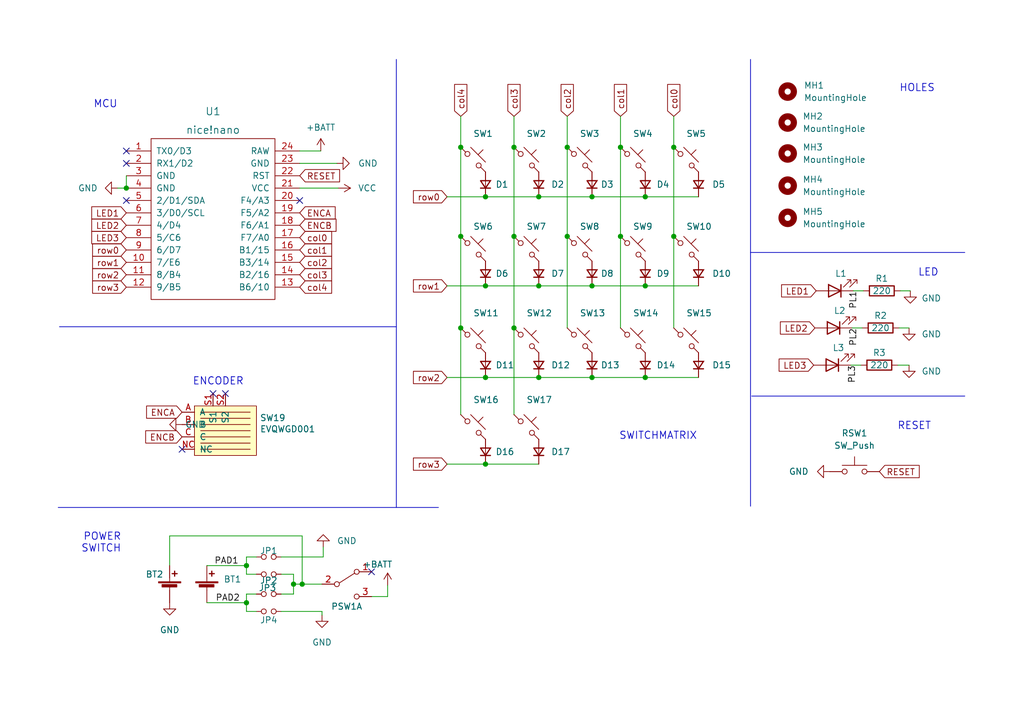
<source format=kicad_sch>
(kicad_sch (version 20230121) (generator eeschema)

  (uuid 231ead31-262f-44fe-a25c-f58d2465dcca)

  (paper "A5")

  (title_block
    (title "KLOTZ split keyboard")
    (date "2022-05-19")
    (rev "0.2")
    (comment 1 "Author: GEIST")
  )

  (lib_symbols
    (symbol "Device:Battery_Cell" (pin_numbers hide) (pin_names (offset 0) hide) (in_bom yes) (on_board yes)
      (property "Reference" "BT" (at 2.54 2.54 0)
        (effects (font (size 1.27 1.27)) (justify left))
      )
      (property "Value" "Battery_Cell" (at 2.54 0 0)
        (effects (font (size 1.27 1.27)) (justify left))
      )
      (property "Footprint" "" (at 0 1.524 90)
        (effects (font (size 1.27 1.27)) hide)
      )
      (property "Datasheet" "~" (at 0 1.524 90)
        (effects (font (size 1.27 1.27)) hide)
      )
      (property "ki_keywords" "battery cell" (at 0 0 0)
        (effects (font (size 1.27 1.27)) hide)
      )
      (property "ki_description" "Single-cell battery" (at 0 0 0)
        (effects (font (size 1.27 1.27)) hide)
      )
      (symbol "Battery_Cell_0_1"
        (rectangle (start -2.286 1.778) (end 2.286 1.524)
          (stroke (width 0) (type default))
          (fill (type outline))
        )
        (rectangle (start -1.5748 1.1938) (end 1.4732 0.6858)
          (stroke (width 0) (type default))
          (fill (type outline))
        )
        (polyline
          (pts
            (xy 0 0.762)
            (xy 0 0)
          )
          (stroke (width 0) (type default))
          (fill (type none))
        )
        (polyline
          (pts
            (xy 0 1.778)
            (xy 0 2.54)
          )
          (stroke (width 0) (type default))
          (fill (type none))
        )
        (polyline
          (pts
            (xy 0.508 3.429)
            (xy 1.524 3.429)
          )
          (stroke (width 0.254) (type default))
          (fill (type none))
        )
        (polyline
          (pts
            (xy 1.016 3.937)
            (xy 1.016 2.921)
          )
          (stroke (width 0.254) (type default))
          (fill (type none))
        )
      )
      (symbol "Battery_Cell_1_1"
        (pin passive line (at 0 5.08 270) (length 2.54)
          (name "+" (effects (font (size 1.27 1.27))))
          (number "1" (effects (font (size 1.27 1.27))))
        )
        (pin passive line (at 0 -2.54 90) (length 2.54)
          (name "-" (effects (font (size 1.27 1.27))))
          (number "2" (effects (font (size 1.27 1.27))))
        )
      )
    )
    (symbol "Device:D_Small" (pin_numbers hide) (pin_names (offset 0.254) hide) (in_bom yes) (on_board yes)
      (property "Reference" "D" (at -1.27 2.032 0)
        (effects (font (size 1.27 1.27)) (justify left))
      )
      (property "Value" "D_Small" (at -3.81 -2.032 0)
        (effects (font (size 1.27 1.27)) (justify left))
      )
      (property "Footprint" "" (at 0 0 90)
        (effects (font (size 1.27 1.27)) hide)
      )
      (property "Datasheet" "~" (at 0 0 90)
        (effects (font (size 1.27 1.27)) hide)
      )
      (property "ki_keywords" "diode" (at 0 0 0)
        (effects (font (size 1.27 1.27)) hide)
      )
      (property "ki_description" "Diode, small symbol" (at 0 0 0)
        (effects (font (size 1.27 1.27)) hide)
      )
      (property "ki_fp_filters" "TO-???* *_Diode_* *SingleDiode* D_*" (at 0 0 0)
        (effects (font (size 1.27 1.27)) hide)
      )
      (symbol "D_Small_0_1"
        (polyline
          (pts
            (xy -0.762 -1.016)
            (xy -0.762 1.016)
          )
          (stroke (width 0.254) (type default))
          (fill (type none))
        )
        (polyline
          (pts
            (xy -0.762 0)
            (xy 0.762 0)
          )
          (stroke (width 0) (type default))
          (fill (type none))
        )
        (polyline
          (pts
            (xy 0.762 -1.016)
            (xy -0.762 0)
            (xy 0.762 1.016)
            (xy 0.762 -1.016)
          )
          (stroke (width 0.254) (type default))
          (fill (type none))
        )
      )
      (symbol "D_Small_1_1"
        (pin passive line (at -2.54 0 0) (length 1.778)
          (name "K" (effects (font (size 1.27 1.27))))
          (number "1" (effects (font (size 1.27 1.27))))
        )
        (pin passive line (at 2.54 0 180) (length 1.778)
          (name "A" (effects (font (size 1.27 1.27))))
          (number "2" (effects (font (size 1.27 1.27))))
        )
      )
    )
    (symbol "Device:LED" (pin_numbers hide) (pin_names (offset 1.016) hide) (in_bom yes) (on_board yes)
      (property "Reference" "D" (at 0 2.54 0)
        (effects (font (size 1.27 1.27)))
      )
      (property "Value" "LED" (at 0 -2.54 0)
        (effects (font (size 1.27 1.27)))
      )
      (property "Footprint" "" (at 0 0 0)
        (effects (font (size 1.27 1.27)) hide)
      )
      (property "Datasheet" "~" (at 0 0 0)
        (effects (font (size 1.27 1.27)) hide)
      )
      (property "ki_keywords" "LED diode" (at 0 0 0)
        (effects (font (size 1.27 1.27)) hide)
      )
      (property "ki_description" "Light emitting diode" (at 0 0 0)
        (effects (font (size 1.27 1.27)) hide)
      )
      (property "ki_fp_filters" "LED* LED_SMD:* LED_THT:*" (at 0 0 0)
        (effects (font (size 1.27 1.27)) hide)
      )
      (symbol "LED_0_1"
        (polyline
          (pts
            (xy -1.27 -1.27)
            (xy -1.27 1.27)
          )
          (stroke (width 0.254) (type default))
          (fill (type none))
        )
        (polyline
          (pts
            (xy -1.27 0)
            (xy 1.27 0)
          )
          (stroke (width 0) (type default))
          (fill (type none))
        )
        (polyline
          (pts
            (xy 1.27 -1.27)
            (xy 1.27 1.27)
            (xy -1.27 0)
            (xy 1.27 -1.27)
          )
          (stroke (width 0.254) (type default))
          (fill (type none))
        )
        (polyline
          (pts
            (xy -3.048 -0.762)
            (xy -4.572 -2.286)
            (xy -3.81 -2.286)
            (xy -4.572 -2.286)
            (xy -4.572 -1.524)
          )
          (stroke (width 0) (type default))
          (fill (type none))
        )
        (polyline
          (pts
            (xy -1.778 -0.762)
            (xy -3.302 -2.286)
            (xy -2.54 -2.286)
            (xy -3.302 -2.286)
            (xy -3.302 -1.524)
          )
          (stroke (width 0) (type default))
          (fill (type none))
        )
      )
      (symbol "LED_1_1"
        (pin passive line (at -3.81 0 0) (length 2.54)
          (name "K" (effects (font (size 1.27 1.27))))
          (number "1" (effects (font (size 1.27 1.27))))
        )
        (pin passive line (at 3.81 0 180) (length 2.54)
          (name "A" (effects (font (size 1.27 1.27))))
          (number "2" (effects (font (size 1.27 1.27))))
        )
      )
    )
    (symbol "Device:R" (pin_numbers hide) (pin_names (offset 0)) (in_bom yes) (on_board yes)
      (property "Reference" "R" (at 2.032 0 90)
        (effects (font (size 1.27 1.27)))
      )
      (property "Value" "R" (at 0 0 90)
        (effects (font (size 1.27 1.27)))
      )
      (property "Footprint" "" (at -1.778 0 90)
        (effects (font (size 1.27 1.27)) hide)
      )
      (property "Datasheet" "~" (at 0 0 0)
        (effects (font (size 1.27 1.27)) hide)
      )
      (property "ki_keywords" "R res resistor" (at 0 0 0)
        (effects (font (size 1.27 1.27)) hide)
      )
      (property "ki_description" "Resistor" (at 0 0 0)
        (effects (font (size 1.27 1.27)) hide)
      )
      (property "ki_fp_filters" "R_*" (at 0 0 0)
        (effects (font (size 1.27 1.27)) hide)
      )
      (symbol "R_0_1"
        (rectangle (start -1.016 -2.54) (end 1.016 2.54)
          (stroke (width 0.254) (type default))
          (fill (type none))
        )
      )
      (symbol "R_1_1"
        (pin passive line (at 0 3.81 270) (length 1.27)
          (name "~" (effects (font (size 1.27 1.27))))
          (number "1" (effects (font (size 1.27 1.27))))
        )
        (pin passive line (at 0 -3.81 90) (length 1.27)
          (name "~" (effects (font (size 1.27 1.27))))
          (number "2" (effects (font (size 1.27 1.27))))
        )
      )
    )
    (symbol "KLOTZ:Device_Jumper_NO_Small" (pin_numbers hide) (pin_names (offset 0.762) hide) (in_bom yes) (on_board yes)
      (property "Reference" "JP" (at 0 2.032 0)
        (effects (font (size 1.27 1.27)))
      )
      (property "Value" "Device_Jumper_NO_Small" (at 0.254 -1.524 0)
        (effects (font (size 1.27 1.27)))
      )
      (property "Footprint" "" (at 0 0 0)
        (effects (font (size 1.27 1.27)) hide)
      )
      (property "Datasheet" "" (at 0 0 0)
        (effects (font (size 1.27 1.27)) hide)
      )
      (property "ki_fp_filters" "SolderJumper*Open*" (at 0 0 0)
        (effects (font (size 1.27 1.27)) hide)
      )
      (symbol "Device_Jumper_NO_Small_0_1"
        (circle (center -1.016 0) (radius 0.508)
          (stroke (width 0) (type default))
          (fill (type none))
        )
        (circle (center 1.016 0) (radius 0.508)
          (stroke (width 0) (type default))
          (fill (type none))
        )
        (pin passive line (at -2.54 0 0) (length 1.016)
          (name "1" (effects (font (size 1.27 1.27))))
          (number "1" (effects (font (size 1.27 1.27))))
        )
        (pin passive line (at 2.54 0 180) (length 1.016)
          (name "2" (effects (font (size 1.27 1.27))))
          (number "2" (effects (font (size 1.27 1.27))))
        )
      )
    )
    (symbol "KLOTZ:MX_SW_HS" (pin_numbers hide) (pin_names (offset 1.016) hide) (in_bom yes) (on_board yes)
      (property "Reference" "SW" (at 3.048 1.016 0)
        (effects (font (size 1.27 1.27)) (justify left))
      )
      (property "Value" "MX_SW_HS" (at 0 -3.81 0)
        (effects (font (size 1.27 1.27)))
      )
      (property "Footprint" "marbastlib-mx:SW_MX_HS_1u" (at 0 0 0)
        (effects (font (size 1.27 1.27)) hide)
      )
      (property "Datasheet" "~" (at 0 0 0)
        (effects (font (size 1.27 1.27)) hide)
      )
      (property "ki_keywords" "switch normally-open pushbutton push-button" (at 0 0 0)
        (effects (font (size 1.27 1.27)) hide)
      )
      (property "ki_description" "Push button switch, normally open, two pins, 45° tilted" (at 0 0 0)
        (effects (font (size 1.27 1.27)) hide)
      )
      (symbol "MX_SW_HS_0_1"
        (circle (center -1.1684 1.1684) (radius 0.508)
          (stroke (width 0) (type default))
          (fill (type none))
        )
        (polyline
          (pts
            (xy -0.508 2.54)
            (xy 2.54 -0.508)
          )
          (stroke (width 0) (type default))
          (fill (type none))
        )
        (polyline
          (pts
            (xy 1.016 1.016)
            (xy 2.032 2.032)
          )
          (stroke (width 0) (type default))
          (fill (type none))
        )
        (polyline
          (pts
            (xy -2.54 2.54)
            (xy -1.524 1.524)
            (xy -1.524 1.524)
          )
          (stroke (width 0) (type default))
          (fill (type none))
        )
        (polyline
          (pts
            (xy 1.524 -1.524)
            (xy 2.54 -2.54)
            (xy 2.54 -2.54)
            (xy 2.54 -2.54)
          )
          (stroke (width 0) (type default))
          (fill (type none))
        )
        (circle (center 1.143 -1.1938) (radius 0.508)
          (stroke (width 0) (type default))
          (fill (type none))
        )
        (pin passive line (at -2.54 2.54 0) (length 0)
          (name "1" (effects (font (size 1.27 1.27))))
          (number "1" (effects (font (size 1.27 1.27))))
        )
        (pin passive line (at 2.54 -2.54 180) (length 0)
          (name "2" (effects (font (size 1.27 1.27))))
          (number "2" (effects (font (size 1.27 1.27))))
        )
      )
    )
    (symbol "Mechanical:MountingHole" (pin_names (offset 1.016)) (in_bom yes) (on_board yes)
      (property "Reference" "H" (at 0 5.08 0)
        (effects (font (size 1.27 1.27)))
      )
      (property "Value" "MountingHole" (at 0 3.175 0)
        (effects (font (size 1.27 1.27)))
      )
      (property "Footprint" "" (at 0 0 0)
        (effects (font (size 1.27 1.27)) hide)
      )
      (property "Datasheet" "~" (at 0 0 0)
        (effects (font (size 1.27 1.27)) hide)
      )
      (property "ki_keywords" "mounting hole" (at 0 0 0)
        (effects (font (size 1.27 1.27)) hide)
      )
      (property "ki_description" "Mounting Hole without connection" (at 0 0 0)
        (effects (font (size 1.27 1.27)) hide)
      )
      (property "ki_fp_filters" "MountingHole*" (at 0 0 0)
        (effects (font (size 1.27 1.27)) hide)
      )
      (symbol "MountingHole_0_1"
        (circle (center 0 0) (radius 1.27)
          (stroke (width 1.27) (type default))
          (fill (type none))
        )
      )
    )
    (symbol "Switch:SW_DPDT_x2" (pin_names (offset 0) hide) (in_bom yes) (on_board yes)
      (property "Reference" "SW" (at 0 4.318 0)
        (effects (font (size 1.27 1.27)))
      )
      (property "Value" "SW_DPDT_x2" (at 0 -5.08 0)
        (effects (font (size 1.27 1.27)))
      )
      (property "Footprint" "" (at 0 0 0)
        (effects (font (size 1.27 1.27)) hide)
      )
      (property "Datasheet" "~" (at 0 0 0)
        (effects (font (size 1.27 1.27)) hide)
      )
      (property "ki_keywords" "switch dual-pole double-throw DPDT spdt ON-ON" (at 0 0 0)
        (effects (font (size 1.27 1.27)) hide)
      )
      (property "ki_description" "Switch, dual pole double throw, separate symbols" (at 0 0 0)
        (effects (font (size 1.27 1.27)) hide)
      )
      (property "ki_fp_filters" "SW*DPDT*" (at 0 0 0)
        (effects (font (size 1.27 1.27)) hide)
      )
      (symbol "SW_DPDT_x2_0_0"
        (circle (center -2.032 0) (radius 0.508)
          (stroke (width 0) (type default))
          (fill (type none))
        )
        (circle (center 2.032 -2.54) (radius 0.508)
          (stroke (width 0) (type default))
          (fill (type none))
        )
      )
      (symbol "SW_DPDT_x2_0_1"
        (polyline
          (pts
            (xy -1.524 0.254)
            (xy 1.651 2.286)
          )
          (stroke (width 0) (type default))
          (fill (type none))
        )
        (circle (center 2.032 2.54) (radius 0.508)
          (stroke (width 0) (type default))
          (fill (type none))
        )
      )
      (symbol "SW_DPDT_x2_1_1"
        (pin passive line (at 5.08 2.54 180) (length 2.54)
          (name "A" (effects (font (size 1.27 1.27))))
          (number "1" (effects (font (size 1.27 1.27))))
        )
        (pin passive line (at -5.08 0 0) (length 2.54)
          (name "B" (effects (font (size 1.27 1.27))))
          (number "2" (effects (font (size 1.27 1.27))))
        )
        (pin passive line (at 5.08 -2.54 180) (length 2.54)
          (name "C" (effects (font (size 1.27 1.27))))
          (number "3" (effects (font (size 1.27 1.27))))
        )
      )
      (symbol "SW_DPDT_x2_2_1"
        (pin passive line (at 5.08 2.54 180) (length 2.54)
          (name "A" (effects (font (size 1.27 1.27))))
          (number "4" (effects (font (size 1.27 1.27))))
        )
        (pin passive line (at -5.08 0 0) (length 2.54)
          (name "B" (effects (font (size 1.27 1.27))))
          (number "5" (effects (font (size 1.27 1.27))))
        )
        (pin passive line (at 5.08 -2.54 180) (length 2.54)
          (name "C" (effects (font (size 1.27 1.27))))
          (number "6" (effects (font (size 1.27 1.27))))
        )
      )
    )
    (symbol "Switch:SW_Push" (pin_numbers hide) (pin_names (offset 1.016) hide) (in_bom yes) (on_board yes)
      (property "Reference" "SW" (at 1.27 2.54 0)
        (effects (font (size 1.27 1.27)) (justify left))
      )
      (property "Value" "SW_Push" (at 0 -1.524 0)
        (effects (font (size 1.27 1.27)))
      )
      (property "Footprint" "" (at 0 5.08 0)
        (effects (font (size 1.27 1.27)) hide)
      )
      (property "Datasheet" "~" (at 0 5.08 0)
        (effects (font (size 1.27 1.27)) hide)
      )
      (property "ki_keywords" "switch normally-open pushbutton push-button" (at 0 0 0)
        (effects (font (size 1.27 1.27)) hide)
      )
      (property "ki_description" "Push button switch, generic, two pins" (at 0 0 0)
        (effects (font (size 1.27 1.27)) hide)
      )
      (symbol "SW_Push_0_1"
        (circle (center -2.032 0) (radius 0.508)
          (stroke (width 0) (type default))
          (fill (type none))
        )
        (polyline
          (pts
            (xy 0 1.27)
            (xy 0 3.048)
          )
          (stroke (width 0) (type default))
          (fill (type none))
        )
        (polyline
          (pts
            (xy 2.54 1.27)
            (xy -2.54 1.27)
          )
          (stroke (width 0) (type default))
          (fill (type none))
        )
        (circle (center 2.032 0) (radius 0.508)
          (stroke (width 0) (type default))
          (fill (type none))
        )
        (pin passive line (at -5.08 0 0) (length 2.54)
          (name "1" (effects (font (size 1.27 1.27))))
          (number "1" (effects (font (size 1.27 1.27))))
        )
        (pin passive line (at 5.08 0 180) (length 2.54)
          (name "2" (effects (font (size 1.27 1.27))))
          (number "2" (effects (font (size 1.27 1.27))))
        )
      )
    )
    (symbol "barobord:EVQWGD001" (pin_names (offset 1.016)) (in_bom yes) (on_board yes)
      (property "Reference" "SW" (at 3.81 6.35 0)
        (effects (font (size 1.27 1.27)))
      )
      (property "Value" "EVQWGD001" (at 0 -8.89 0)
        (effects (font (size 1.27 1.27)))
      )
      (property "Footprint" "" (at 0 0 0)
        (effects (font (size 1.27 1.27)) hide)
      )
      (property "Datasheet" "" (at 0 0 0)
        (effects (font (size 1.27 1.27)) hide)
      )
      (symbol "EVQWGD001_0_1"
        (rectangle (start -6.35 3.81) (end 6.35 -6.35)
          (stroke (width 0) (type default))
          (fill (type background))
        )
        (polyline
          (pts
            (xy -5.08 -5.08)
            (xy 5.08 -5.08)
          )
          (stroke (width 0) (type default))
          (fill (type none))
        )
        (polyline
          (pts
            (xy -5.08 -3.81)
            (xy 5.08 -3.81)
          )
          (stroke (width 0) (type default))
          (fill (type none))
        )
        (polyline
          (pts
            (xy -5.08 -2.54)
            (xy 5.08 -2.54)
          )
          (stroke (width 0) (type default))
          (fill (type none))
        )
        (polyline
          (pts
            (xy -5.08 -1.27)
            (xy 5.08 -1.27)
          )
          (stroke (width 0) (type default))
          (fill (type none))
        )
        (polyline
          (pts
            (xy -5.08 0)
            (xy 5.08 0)
          )
          (stroke (width 0) (type default))
          (fill (type none))
        )
        (polyline
          (pts
            (xy -5.08 1.27)
            (xy 5.08 1.27)
          )
          (stroke (width 0) (type default))
          (fill (type none))
        )
        (polyline
          (pts
            (xy -5.08 2.54)
            (xy 5.08 2.54)
          )
          (stroke (width 0) (type default))
          (fill (type none))
        )
      )
      (symbol "EVQWGD001_1_1"
        (pin output line (at -8.89 2.54 0) (length 2.54)
          (name "A" (effects (font (size 1.27 1.27))))
          (number "A" (effects (font (size 1.27 1.27))))
        )
        (pin output line (at -8.89 0 0) (length 2.54)
          (name "B" (effects (font (size 1.27 1.27))))
          (number "B" (effects (font (size 1.27 1.27))))
        )
        (pin passive line (at -8.89 -2.54 0) (length 2.54)
          (name "C" (effects (font (size 1.27 1.27))))
          (number "C" (effects (font (size 1.27 1.27))))
        )
        (pin unspecified line (at -8.89 -5.08 0) (length 2.54)
          (name "NC" (effects (font (size 1.27 1.27))))
          (number "NC" (effects (font (size 1.27 1.27))))
        )
        (pin output line (at -2.54 6.35 270) (length 2.54)
          (name "S1" (effects (font (size 1.27 1.27))))
          (number "S1" (effects (font (size 1.27 1.27))))
        )
        (pin output line (at 0 6.35 270) (length 2.54)
          (name "S2" (effects (font (size 1.27 1.27))))
          (number "S2" (effects (font (size 1.27 1.27))))
        )
      )
    )
    (symbol "device_jumper_no_small:Device_Jumper_NO_Small" (pin_numbers hide) (pin_names (offset 0.762) hide) (in_bom yes) (on_board yes)
      (property "Reference" "JP" (at 0 2.032 0)
        (effects (font (size 1.27 1.27)))
      )
      (property "Value" "Device_Jumper_NO_Small" (at 0.254 -1.524 0)
        (effects (font (size 1.27 1.27)))
      )
      (property "Footprint" "" (at 0 0 0)
        (effects (font (size 1.27 1.27)) hide)
      )
      (property "Datasheet" "" (at 0 0 0)
        (effects (font (size 1.27 1.27)) hide)
      )
      (property "ki_fp_filters" "SolderJumper*Open*" (at 0 0 0)
        (effects (font (size 1.27 1.27)) hide)
      )
      (symbol "Device_Jumper_NO_Small_0_1"
        (circle (center -1.016 0) (radius 0.508)
          (stroke (width 0) (type default))
          (fill (type none))
        )
        (circle (center 1.016 0) (radius 0.508)
          (stroke (width 0) (type default))
          (fill (type none))
        )
        (pin passive line (at -2.54 0 0) (length 1.016)
          (name "1" (effects (font (size 1.27 1.27))))
          (number "1" (effects (font (size 1.27 1.27))))
        )
        (pin passive line (at 2.54 0 180) (length 1.016)
          (name "2" (effects (font (size 1.27 1.27))))
          (number "2" (effects (font (size 1.27 1.27))))
        )
      )
    )
    (symbol "kbd:ProMicro" (pin_names (offset 1.016)) (in_bom yes) (on_board yes)
      (property "Reference" "U" (at 0 19.05 0)
        (effects (font (size 1.524 1.524)))
      )
      (property "Value" "ProMicro" (at 0 -19.05 0)
        (effects (font (size 1.524 1.524)))
      )
      (property "Footprint" "" (at 2.54 -26.67 0)
        (effects (font (size 1.524 1.524)))
      )
      (property "Datasheet" "" (at 2.54 -26.67 0)
        (effects (font (size 1.524 1.524)))
      )
      (symbol "ProMicro_0_1"
        (rectangle (start -12.7 16.51) (end 12.7 -16.51)
          (stroke (width 0) (type default))
          (fill (type none))
        )
      )
      (symbol "ProMicro_1_1"
        (pin bidirectional line (at -17.78 13.97 0) (length 5.08)
          (name "TX0/D3" (effects (font (size 1.27 1.27))))
          (number "1" (effects (font (size 1.27 1.27))))
        )
        (pin bidirectional line (at -17.78 -8.89 0) (length 5.08)
          (name "7/E6" (effects (font (size 1.27 1.27))))
          (number "10" (effects (font (size 1.27 1.27))))
        )
        (pin bidirectional line (at -17.78 -11.43 0) (length 5.08)
          (name "8/B4" (effects (font (size 1.27 1.27))))
          (number "11" (effects (font (size 1.27 1.27))))
        )
        (pin bidirectional line (at -17.78 -13.97 0) (length 5.08)
          (name "9/B5" (effects (font (size 1.27 1.27))))
          (number "12" (effects (font (size 1.27 1.27))))
        )
        (pin bidirectional line (at 17.78 -13.97 180) (length 5.08)
          (name "B6/10" (effects (font (size 1.27 1.27))))
          (number "13" (effects (font (size 1.27 1.27))))
        )
        (pin bidirectional line (at 17.78 -11.43 180) (length 5.08)
          (name "B2/16" (effects (font (size 1.27 1.27))))
          (number "14" (effects (font (size 1.27 1.27))))
        )
        (pin bidirectional line (at 17.78 -8.89 180) (length 5.08)
          (name "B3/14" (effects (font (size 1.27 1.27))))
          (number "15" (effects (font (size 1.27 1.27))))
        )
        (pin bidirectional line (at 17.78 -6.35 180) (length 5.08)
          (name "B1/15" (effects (font (size 1.27 1.27))))
          (number "16" (effects (font (size 1.27 1.27))))
        )
        (pin bidirectional line (at 17.78 -3.81 180) (length 5.08)
          (name "F7/A0" (effects (font (size 1.27 1.27))))
          (number "17" (effects (font (size 1.27 1.27))))
        )
        (pin bidirectional line (at 17.78 -1.27 180) (length 5.08)
          (name "F6/A1" (effects (font (size 1.27 1.27))))
          (number "18" (effects (font (size 1.27 1.27))))
        )
        (pin bidirectional line (at 17.78 1.27 180) (length 5.08)
          (name "F5/A2" (effects (font (size 1.27 1.27))))
          (number "19" (effects (font (size 1.27 1.27))))
        )
        (pin bidirectional line (at -17.78 11.43 0) (length 5.08)
          (name "RX1/D2" (effects (font (size 1.27 1.27))))
          (number "2" (effects (font (size 1.27 1.27))))
        )
        (pin bidirectional line (at 17.78 3.81 180) (length 5.08)
          (name "F4/A3" (effects (font (size 1.27 1.27))))
          (number "20" (effects (font (size 1.27 1.27))))
        )
        (pin power_in line (at 17.78 6.35 180) (length 5.08)
          (name "VCC" (effects (font (size 1.27 1.27))))
          (number "21" (effects (font (size 1.27 1.27))))
        )
        (pin input line (at 17.78 8.89 180) (length 5.08)
          (name "RST" (effects (font (size 1.27 1.27))))
          (number "22" (effects (font (size 1.27 1.27))))
        )
        (pin power_in line (at 17.78 11.43 180) (length 5.08)
          (name "GND" (effects (font (size 1.27 1.27))))
          (number "23" (effects (font (size 1.27 1.27))))
        )
        (pin power_out line (at 17.78 13.97 180) (length 5.08)
          (name "RAW" (effects (font (size 1.27 1.27))))
          (number "24" (effects (font (size 1.27 1.27))))
        )
        (pin power_in line (at -17.78 8.89 0) (length 5.08)
          (name "GND" (effects (font (size 1.27 1.27))))
          (number "3" (effects (font (size 1.27 1.27))))
        )
        (pin power_in line (at -17.78 6.35 0) (length 5.08)
          (name "GND" (effects (font (size 1.27 1.27))))
          (number "4" (effects (font (size 1.27 1.27))))
        )
        (pin bidirectional line (at -17.78 3.81 0) (length 5.08)
          (name "2/D1/SDA" (effects (font (size 1.27 1.27))))
          (number "5" (effects (font (size 1.27 1.27))))
        )
        (pin bidirectional line (at -17.78 1.27 0) (length 5.08)
          (name "3/D0/SCL" (effects (font (size 1.27 1.27))))
          (number "6" (effects (font (size 1.27 1.27))))
        )
        (pin bidirectional line (at -17.78 -1.27 0) (length 5.08)
          (name "4/D4" (effects (font (size 1.27 1.27))))
          (number "7" (effects (font (size 1.27 1.27))))
        )
        (pin bidirectional line (at -17.78 -3.81 0) (length 5.08)
          (name "5/C6" (effects (font (size 1.27 1.27))))
          (number "8" (effects (font (size 1.27 1.27))))
        )
        (pin bidirectional line (at -17.78 -6.35 0) (length 5.08)
          (name "6/D7" (effects (font (size 1.27 1.27))))
          (number "9" (effects (font (size 1.27 1.27))))
        )
      )
    )
    (symbol "marbastlib-mx:MX_SW_HS" (pin_numbers hide) (pin_names (offset 1.016) hide) (in_bom yes) (on_board yes)
      (property "Reference" "SW" (at 3.048 1.016 0)
        (effects (font (size 1.27 1.27)) (justify left))
      )
      (property "Value" "MX_SW_HS" (at 0 -3.81 0)
        (effects (font (size 1.27 1.27)))
      )
      (property "Footprint" "marbastlib-mx:SW_MX_HS_1u" (at 0 0 0)
        (effects (font (size 1.27 1.27)) hide)
      )
      (property "Datasheet" "~" (at 0 0 0)
        (effects (font (size 1.27 1.27)) hide)
      )
      (property "ki_keywords" "switch normally-open pushbutton push-button" (at 0 0 0)
        (effects (font (size 1.27 1.27)) hide)
      )
      (property "ki_description" "Push button switch, normally open, two pins, 45° tilted" (at 0 0 0)
        (effects (font (size 1.27 1.27)) hide)
      )
      (symbol "MX_SW_HS_0_1"
        (circle (center -1.1684 1.1684) (radius 0.508)
          (stroke (width 0) (type default))
          (fill (type none))
        )
        (polyline
          (pts
            (xy -0.508 2.54)
            (xy 2.54 -0.508)
          )
          (stroke (width 0) (type default))
          (fill (type none))
        )
        (polyline
          (pts
            (xy 1.016 1.016)
            (xy 2.032 2.032)
          )
          (stroke (width 0) (type default))
          (fill (type none))
        )
        (polyline
          (pts
            (xy -2.54 2.54)
            (xy -1.524 1.524)
            (xy -1.524 1.524)
          )
          (stroke (width 0) (type default))
          (fill (type none))
        )
        (polyline
          (pts
            (xy 1.524 -1.524)
            (xy 2.54 -2.54)
            (xy 2.54 -2.54)
            (xy 2.54 -2.54)
          )
          (stroke (width 0) (type default))
          (fill (type none))
        )
        (circle (center 1.143 -1.1938) (radius 0.508)
          (stroke (width 0) (type default))
          (fill (type none))
        )
        (pin passive line (at -2.54 2.54 0) (length 0)
          (name "1" (effects (font (size 1.27 1.27))))
          (number "1" (effects (font (size 1.27 1.27))))
        )
        (pin passive line (at 2.54 -2.54 180) (length 0)
          (name "2" (effects (font (size 1.27 1.27))))
          (number "2" (effects (font (size 1.27 1.27))))
        )
      )
    )
    (symbol "power:+BATT" (power) (pin_names (offset 0)) (in_bom yes) (on_board yes)
      (property "Reference" "#PWR" (at 0 -3.81 0)
        (effects (font (size 1.27 1.27)) hide)
      )
      (property "Value" "+BATT" (at 0 3.556 0)
        (effects (font (size 1.27 1.27)))
      )
      (property "Footprint" "" (at 0 0 0)
        (effects (font (size 1.27 1.27)) hide)
      )
      (property "Datasheet" "" (at 0 0 0)
        (effects (font (size 1.27 1.27)) hide)
      )
      (property "ki_keywords" "power-flag battery" (at 0 0 0)
        (effects (font (size 1.27 1.27)) hide)
      )
      (property "ki_description" "Power symbol creates a global label with name \"+BATT\"" (at 0 0 0)
        (effects (font (size 1.27 1.27)) hide)
      )
      (symbol "+BATT_0_1"
        (polyline
          (pts
            (xy -0.762 1.27)
            (xy 0 2.54)
          )
          (stroke (width 0) (type default))
          (fill (type none))
        )
        (polyline
          (pts
            (xy 0 0)
            (xy 0 2.54)
          )
          (stroke (width 0) (type default))
          (fill (type none))
        )
        (polyline
          (pts
            (xy 0 2.54)
            (xy 0.762 1.27)
          )
          (stroke (width 0) (type default))
          (fill (type none))
        )
      )
      (symbol "+BATT_1_1"
        (pin power_in line (at 0 0 90) (length 0) hide
          (name "+BATT" (effects (font (size 1.27 1.27))))
          (number "1" (effects (font (size 1.27 1.27))))
        )
      )
    )
    (symbol "power:GND" (power) (pin_names (offset 0)) (in_bom yes) (on_board yes)
      (property "Reference" "#PWR" (at 0 -6.35 0)
        (effects (font (size 1.27 1.27)) hide)
      )
      (property "Value" "GND" (at 0 -3.81 0)
        (effects (font (size 1.27 1.27)))
      )
      (property "Footprint" "" (at 0 0 0)
        (effects (font (size 1.27 1.27)) hide)
      )
      (property "Datasheet" "" (at 0 0 0)
        (effects (font (size 1.27 1.27)) hide)
      )
      (property "ki_keywords" "power-flag" (at 0 0 0)
        (effects (font (size 1.27 1.27)) hide)
      )
      (property "ki_description" "Power symbol creates a global label with name \"GND\" , ground" (at 0 0 0)
        (effects (font (size 1.27 1.27)) hide)
      )
      (symbol "GND_0_1"
        (polyline
          (pts
            (xy 0 0)
            (xy 0 -1.27)
            (xy 1.27 -1.27)
            (xy 0 -2.54)
            (xy -1.27 -1.27)
            (xy 0 -1.27)
          )
          (stroke (width 0) (type default))
          (fill (type none))
        )
      )
      (symbol "GND_1_1"
        (pin power_in line (at 0 0 270) (length 0) hide
          (name "GND" (effects (font (size 1.27 1.27))))
          (number "1" (effects (font (size 1.27 1.27))))
        )
      )
    )
    (symbol "power:VCC" (power) (pin_names (offset 0)) (in_bom yes) (on_board yes)
      (property "Reference" "#PWR" (at 0 -3.81 0)
        (effects (font (size 1.27 1.27)) hide)
      )
      (property "Value" "VCC" (at 0 3.81 0)
        (effects (font (size 1.27 1.27)))
      )
      (property "Footprint" "" (at 0 0 0)
        (effects (font (size 1.27 1.27)) hide)
      )
      (property "Datasheet" "" (at 0 0 0)
        (effects (font (size 1.27 1.27)) hide)
      )
      (property "ki_keywords" "power-flag" (at 0 0 0)
        (effects (font (size 1.27 1.27)) hide)
      )
      (property "ki_description" "Power symbol creates a global label with name \"VCC\"" (at 0 0 0)
        (effects (font (size 1.27 1.27)) hide)
      )
      (symbol "VCC_0_1"
        (polyline
          (pts
            (xy -0.762 1.27)
            (xy 0 2.54)
          )
          (stroke (width 0) (type default))
          (fill (type none))
        )
        (polyline
          (pts
            (xy 0 0)
            (xy 0 2.54)
          )
          (stroke (width 0) (type default))
          (fill (type none))
        )
        (polyline
          (pts
            (xy 0 2.54)
            (xy 0.762 1.27)
          )
          (stroke (width 0) (type default))
          (fill (type none))
        )
      )
      (symbol "VCC_1_1"
        (pin power_in line (at 0 0 90) (length 0) hide
          (name "VCC" (effects (font (size 1.27 1.27))))
          (number "1" (effects (font (size 1.27 1.27))))
        )
      )
    )
  )

  (junction (at 127.254 30.226) (diameter 0) (color 0 0 0 0)
    (uuid 024c3622-fe24-4ae0-adb2-c880e0e280f6)
  )
  (junction (at 99.568 40.386) (diameter 0) (color 0 0 0 0)
    (uuid 148f8a95-60bf-48d7-8b24-0123b0453848)
  )
  (junction (at 110.49 77.47) (diameter 0) (color 0 0 0 0)
    (uuid 1718738f-2d97-4f60-87f2-033dbb0d1412)
  )
  (junction (at 138.176 30.226) (diameter 0) (color 0 0 0 0)
    (uuid 2ea40e3a-1dfb-42ba-9a90-8633e72186d3)
  )
  (junction (at 105.41 30.226) (diameter 0) (color 0 0 0 0)
    (uuid 3015e185-b689-4e5d-97e4-513c42ccf597)
  )
  (junction (at 138.176 48.514) (diameter 0) (color 0 0 0 0)
    (uuid 30c9d9ca-a746-472b-add8-48bd2b12e9b7)
  )
  (junction (at 132.334 58.674) (diameter 0) (color 0 0 0 0)
    (uuid 39c1d2a0-af82-47a6-8c75-c27cd65380c1)
  )
  (junction (at 61.976 119.888) (diameter 0) (color 0 0 0 0)
    (uuid 414627c1-850d-4d0a-b9ce-9c564c0ec29f)
  )
  (junction (at 94.488 67.31) (diameter 0) (color 0 0 0 0)
    (uuid 4411fb5f-7b12-4e07-9a88-0f2f1dd7368d)
  )
  (junction (at 132.334 77.47) (diameter 0) (color 0 0 0 0)
    (uuid 54b0e829-651e-4940-a0e4-9e54bc34de4c)
  )
  (junction (at 110.49 40.386) (diameter 0) (color 0 0 0 0)
    (uuid 5e7466d4-730d-4998-a25d-2fa66a069513)
  )
  (junction (at 99.568 77.47) (diameter 0) (color 0 0 0 0)
    (uuid 6216c961-9844-49ba-91ba-a21f24a6bfc1)
  )
  (junction (at 60.198 119.888) (diameter 0) (color 0 0 0 0)
    (uuid 621c5069-9a3c-4f73-9c0a-f2cf41ab0636)
  )
  (junction (at 50.546 123.698) (diameter 0) (color 0 0 0 0)
    (uuid 7f7c3373-ce66-4a37-b0da-9b933d1e7d2b)
  )
  (junction (at 99.568 58.674) (diameter 0) (color 0 0 0 0)
    (uuid 84acabd1-fd7d-4c8b-b0e5-d0cc55eab98d)
  )
  (junction (at 121.412 58.674) (diameter 0) (color 0 0 0 0)
    (uuid 889f0901-3eee-47f3-93f5-4e4a247669f7)
  )
  (junction (at 105.41 48.514) (diameter 0) (color 0 0 0 0)
    (uuid 89e21c7b-061c-45d8-81b2-c34eb989e42a)
  )
  (junction (at 132.334 40.386) (diameter 0) (color 0 0 0 0)
    (uuid 97624386-769f-4269-bb45-73ede8cfeded)
  )
  (junction (at 50.546 116.078) (diameter 0) (color 0 0 0 0)
    (uuid 9dbd0d4c-794e-4a1e-ad7d-ba0c5bccd988)
  )
  (junction (at 105.41 67.31) (diameter 0) (color 0 0 0 0)
    (uuid b4956055-e5b8-4594-acfe-25c5cb382de7)
  )
  (junction (at 116.332 48.514) (diameter 0) (color 0 0 0 0)
    (uuid c1369190-ed48-405e-83fd-63a727318a9c)
  )
  (junction (at 121.412 40.386) (diameter 0) (color 0 0 0 0)
    (uuid ca0f872d-8d5a-4717-9de0-8a2bddb4ac1b)
  )
  (junction (at 110.49 58.674) (diameter 0) (color 0 0 0 0)
    (uuid ce00762f-cbf8-490b-b69c-a72ac3ebd5c4)
  )
  (junction (at 127.254 48.514) (diameter 0) (color 0 0 0 0)
    (uuid d8638c99-b9ae-421a-abb5-e079decc320e)
  )
  (junction (at 99.568 95.25) (diameter 0) (color 0 0 0 0)
    (uuid dd8f4f72-62e5-4de7-a35d-c415210a96b7)
  )
  (junction (at 25.908 38.608) (diameter 0) (color 0 0 0 0)
    (uuid e4b0037b-b9f5-4976-b80d-9357a855bbdc)
  )
  (junction (at 116.332 30.226) (diameter 0) (color 0 0 0 0)
    (uuid ede8b73c-cf5d-40c6-befb-8caf1530c279)
  )
  (junction (at 121.412 77.47) (diameter 0) (color 0 0 0 0)
    (uuid f233421e-e5b1-47c8-ac02-f7d5d573d5a9)
  )
  (junction (at 94.488 30.226) (diameter 0) (color 0 0 0 0)
    (uuid f4aff21c-41fe-4a41-9f89-e92384ddb530)
  )
  (junction (at 94.488 48.514) (diameter 0) (color 0 0 0 0)
    (uuid f8c6c6f8-96ad-4bd8-91f6-5cf0af9f9263)
  )

  (no_connect (at 37.338 92.202) (uuid 0664a849-47fe-45a6-b624-45c73665b38f))
  (no_connect (at 25.908 30.988) (uuid 14fe1642-edf5-468d-ab8c-83fa8635e82b))
  (no_connect (at 25.908 41.148) (uuid 44a44b56-4fb7-4980-9845-db8bca8e1b01))
  (no_connect (at 61.468 41.148) (uuid 44a44b56-4fb7-4980-9845-db8bca8e1b02))
  (no_connect (at 76.2 117.348) (uuid 5796774c-ec21-45b9-a18c-d89cb4a62a8d))
  (no_connect (at 43.688 80.772) (uuid 6120dca4-f396-4fbf-9ed7-a4ce6bcc8c48))
  (no_connect (at 46.228 80.772) (uuid 7594ed00-ebd3-4ae8-96b8-b0dff930bbf9))
  (no_connect (at 25.908 33.528) (uuid 9795a58d-0ac3-430a-9422-aa4c197a5f6c))

  (wire (pts (xy 57.658 114.3) (xy 66.294 114.3))
    (stroke (width 0) (type default))
    (uuid 01924d33-12c6-4888-a62a-62559ffee8c7)
  )
  (wire (pts (xy 57.658 125.476) (xy 66.04 125.476))
    (stroke (width 0) (type default))
    (uuid 062f8c7a-6893-4742-9611-39d86dfd5137)
  )
  (wire (pts (xy 34.798 109.982) (xy 61.976 109.982))
    (stroke (width 0) (type default))
    (uuid 065e5415-b2bd-4d61-81ec-cd74a771ec65)
  )
  (wire (pts (xy 121.412 77.47) (xy 132.334 77.47))
    (stroke (width 0) (type default))
    (uuid 0892f889-3796-464f-a5a7-d7f46936a93c)
  )
  (wire (pts (xy 91.694 40.386) (xy 99.568 40.386))
    (stroke (width 0) (type default))
    (uuid 0a8a3520-17ac-4489-84e1-61e106d51b5a)
  )
  (wire (pts (xy 110.49 40.386) (xy 121.412 40.386))
    (stroke (width 0) (type default))
    (uuid 0bf6f49d-f8cf-4512-b5fb-f3b7cb513d8c)
  )
  (wire (pts (xy 50.546 117.856) (xy 52.578 117.856))
    (stroke (width 0) (type default))
    (uuid 12936782-4570-4c6a-9479-d3dd210b6d99)
  )
  (wire (pts (xy 50.546 121.92) (xy 52.578 121.92))
    (stroke (width 0) (type default))
    (uuid 15aed6cc-b564-4e5f-9b7c-5f77aa6d3bc9)
  )
  (wire (pts (xy 127.254 23.876) (xy 127.254 30.226))
    (stroke (width 0) (type default))
    (uuid 1630c07d-8cc8-4fc2-9fde-11882dafeef6)
  )
  (wire (pts (xy 99.568 77.47) (xy 110.49 77.47))
    (stroke (width 0) (type default))
    (uuid 1d291e97-db7b-492b-a503-d3fcf530210c)
  )
  (wire (pts (xy 42.418 123.698) (xy 50.546 123.698))
    (stroke (width 0) (type default))
    (uuid 22ee75c3-b672-425f-852b-44ac286198e7)
  )
  (wire (pts (xy 94.488 23.876) (xy 94.488 30.226))
    (stroke (width 0) (type default))
    (uuid 2728d234-b547-4180-b37e-c2c7ce894fe3)
  )
  (wire (pts (xy 50.546 116.078) (xy 50.546 117.856))
    (stroke (width 0) (type default))
    (uuid 327e0d7b-8172-4110-8962-c59e963cc266)
  )
  (wire (pts (xy 105.41 67.31) (xy 105.41 85.09))
    (stroke (width 0) (type default))
    (uuid 38cc5d90-8eeb-48ab-8dd1-2359a4af87a2)
  )
  (wire (pts (xy 57.658 121.92) (xy 60.198 121.92))
    (stroke (width 0) (type default))
    (uuid 3cff355f-4467-442f-af03-c7a4b9c1492d)
  )
  (wire (pts (xy 50.546 123.698) (xy 50.546 121.92))
    (stroke (width 0) (type default))
    (uuid 3f57029f-39f2-4186-9c79-c459e869aa87)
  )
  (wire (pts (xy 61.468 38.608) (xy 69.342 38.608))
    (stroke (width 0) (type default))
    (uuid 4b915ebc-d304-4a91-ab83-063e13a736d7)
  )
  (polyline (pts (xy 153.924 51.816) (xy 197.866 51.816))
    (stroke (width 0) (type default))
    (uuid 4c4d8c01-f08c-4001-924d-9e67fab08564)
  )

  (wire (pts (xy 138.176 48.514) (xy 138.176 67.31))
    (stroke (width 0) (type default))
    (uuid 502ca298-d355-4e15-88be-583572cb22e1)
  )
  (wire (pts (xy 91.694 58.674) (xy 99.568 58.674))
    (stroke (width 0) (type default))
    (uuid 52216454-2a9d-4b10-9cec-9ed9ff1aca4b)
  )
  (wire (pts (xy 91.694 77.47) (xy 99.568 77.47))
    (stroke (width 0) (type default))
    (uuid 53cc89ec-827d-48bf-86f1-4120ee9c1c66)
  )
  (wire (pts (xy 116.332 30.226) (xy 116.332 48.514))
    (stroke (width 0) (type default))
    (uuid 5618c7eb-3dc3-420b-8e94-1d02e8259090)
  )
  (wire (pts (xy 61.468 30.988) (xy 65.786 30.988))
    (stroke (width 0) (type default))
    (uuid 5705426a-2a3c-4964-b66b-006a26d4718d)
  )
  (wire (pts (xy 121.412 58.674) (xy 132.334 58.674))
    (stroke (width 0) (type default))
    (uuid 584e5594-ac4b-40f1-b9ea-05564616ec99)
  )
  (wire (pts (xy 138.176 23.876) (xy 138.176 30.226))
    (stroke (width 0) (type default))
    (uuid 5853ec97-17a8-4513-8600-eec6ce572535)
  )
  (wire (pts (xy 61.976 109.982) (xy 61.976 119.888))
    (stroke (width 0) (type default))
    (uuid 5b9611c1-92cf-416b-87bc-fdf5e6758324)
  )
  (wire (pts (xy 116.332 48.514) (xy 116.332 67.31))
    (stroke (width 0) (type default))
    (uuid 6325452d-2ef4-43d0-933c-c9cd67e208c9)
  )
  (wire (pts (xy 99.568 40.386) (xy 110.49 40.386))
    (stroke (width 0) (type default))
    (uuid 6a1334fd-a9ee-4a6a-a26b-af115f47a2f0)
  )
  (wire (pts (xy 186.69 59.69) (xy 184.658 59.69))
    (stroke (width 0) (type default))
    (uuid 6cf1fbdc-7468-44c0-a511-599f976d2e51)
  )
  (wire (pts (xy 79.502 122.428) (xy 79.502 120.142))
    (stroke (width 0) (type default))
    (uuid 6e2190a8-0a8f-4569-8c96-006456c6e6b2)
  )
  (wire (pts (xy 76.2 122.428) (xy 79.502 122.428))
    (stroke (width 0) (type default))
    (uuid 6faf24c9-afc6-43f9-9326-68c5c2ccabec)
  )
  (wire (pts (xy 94.488 48.514) (xy 94.488 67.31))
    (stroke (width 0) (type default))
    (uuid 70f429da-0f02-4b26-9ecb-ac835f32952d)
  )
  (wire (pts (xy 110.49 77.47) (xy 121.412 77.47))
    (stroke (width 0) (type default))
    (uuid 76327575-35e0-408b-8b6b-34211e3e78c8)
  )
  (wire (pts (xy 61.976 119.888) (xy 60.198 119.888))
    (stroke (width 0) (type default))
    (uuid 76d29cd6-833c-4511-ac63-6165ea7be33e)
  )
  (wire (pts (xy 52.578 125.476) (xy 50.546 125.476))
    (stroke (width 0) (type default))
    (uuid 7a92daea-6705-4c75-ab72-deebdfdee0e8)
  )
  (wire (pts (xy 105.41 23.876) (xy 105.41 30.226))
    (stroke (width 0) (type default))
    (uuid 7b2d217b-025c-48b6-8dfe-8a7dedc341a9)
  )
  (wire (pts (xy 94.488 67.31) (xy 94.488 85.09))
    (stroke (width 0) (type default))
    (uuid 7d2623e9-ae6b-4d46-8b44-3f8d935e3d87)
  )
  (polyline (pts (xy 154.178 81.28) (xy 197.866 81.28))
    (stroke (width 0) (type default))
    (uuid 7e884c0b-3215-466b-81ea-b4cd24f92d43)
  )

  (wire (pts (xy 132.334 40.386) (xy 143.256 40.386))
    (stroke (width 0) (type default))
    (uuid 8dc89f3e-2c04-4f21-a339-5c5ea4f12753)
  )
  (wire (pts (xy 127.254 30.226) (xy 127.254 48.514))
    (stroke (width 0) (type default))
    (uuid 9171a2c4-e5ff-4b74-8558-c171809be827)
  )
  (wire (pts (xy 50.546 125.476) (xy 50.546 123.698))
    (stroke (width 0) (type default))
    (uuid 919d3878-c5cf-4524-a807-3d621e2481e4)
  )
  (wire (pts (xy 66.294 114.3) (xy 66.294 112.268))
    (stroke (width 0) (type default))
    (uuid 967b2b8d-266d-4762-b9b8-aeaf64247fa6)
  )
  (wire (pts (xy 116.332 23.876) (xy 116.332 30.226))
    (stroke (width 0) (type default))
    (uuid 9955e5a0-3b2f-4ff6-8109-2ef310c685d8)
  )
  (wire (pts (xy 110.49 58.674) (xy 121.412 58.674))
    (stroke (width 0) (type default))
    (uuid 9c90f6eb-0b83-4b84-86c8-8523d688a32e)
  )
  (wire (pts (xy 61.468 33.528) (xy 69.088 33.528))
    (stroke (width 0) (type default))
    (uuid 9e5a73bf-cfc0-449f-8dc6-95439d9cdfec)
  )
  (wire (pts (xy 42.418 116.078) (xy 50.546 116.078))
    (stroke (width 0) (type default))
    (uuid a2aa6939-8ffb-4f86-99d6-a7e4887e853a)
  )
  (wire (pts (xy 60.198 117.856) (xy 57.658 117.856))
    (stroke (width 0) (type default))
    (uuid a4c553cd-b54a-4ac1-8131-96f391d6672d)
  )
  (wire (pts (xy 176.53 74.93) (xy 174.498 74.93))
    (stroke (width 0) (type default))
    (uuid a5acfc13-660b-4475-8069-b28733a7b5eb)
  )
  (wire (pts (xy 105.41 30.226) (xy 105.41 48.514))
    (stroke (width 0) (type default))
    (uuid acc965a6-26a9-4cf6-97a5-5857cd88365d)
  )
  (polyline (pts (xy 11.938 104.14) (xy 89.916 104.14))
    (stroke (width 0) (type default))
    (uuid b24e7dfc-a068-412a-a536-046614ba0536)
  )

  (wire (pts (xy 25.908 36.068) (xy 25.908 38.608))
    (stroke (width 0) (type default))
    (uuid b290daaa-00b6-4749-a071-e0f52c6a89ec)
  )
  (wire (pts (xy 94.488 30.226) (xy 94.488 48.514))
    (stroke (width 0) (type default))
    (uuid b508feb7-d854-488c-88a9-9e72aa4bea85)
  )
  (wire (pts (xy 66.04 119.888) (xy 61.976 119.888))
    (stroke (width 0) (type default))
    (uuid b98d586a-f5ba-4430-8cee-d883948cc317)
  )
  (wire (pts (xy 127.254 48.514) (xy 127.254 67.31))
    (stroke (width 0) (type default))
    (uuid ba45b666-6a66-4d6e-9d68-7125dbd8332f)
  )
  (wire (pts (xy 186.436 74.93) (xy 184.15 74.93))
    (stroke (width 0) (type default))
    (uuid bd8c4ef8-c0b7-4ad2-8997-d8faefd4e8f0)
  )
  (wire (pts (xy 99.568 95.25) (xy 110.49 95.25))
    (stroke (width 0) (type default))
    (uuid c0b8dd5a-f976-44db-9c0d-9698d841f773)
  )
  (wire (pts (xy 132.334 58.674) (xy 143.256 58.674))
    (stroke (width 0) (type default))
    (uuid c3652484-cd45-4478-b800-a50050d30484)
  )
  (wire (pts (xy 34.798 116.078) (xy 34.798 109.982))
    (stroke (width 0) (type default))
    (uuid c4d2a89a-3294-4cbb-96a8-42cbec267e7e)
  )
  (wire (pts (xy 177.038 59.69) (xy 175.006 59.69))
    (stroke (width 0) (type default))
    (uuid c8b9676b-221e-4cd7-863c-5d1cf75e0f5a)
  )
  (wire (pts (xy 138.176 30.226) (xy 138.176 48.514))
    (stroke (width 0) (type default))
    (uuid ca04b045-bd78-4efe-9038-d87f6c904854)
  )
  (wire (pts (xy 66.04 125.476) (xy 66.04 126.238))
    (stroke (width 0) (type default))
    (uuid cd2384f4-5ab3-4427-af04-4b5b6a978729)
  )
  (wire (pts (xy 60.198 117.856) (xy 60.198 119.888))
    (stroke (width 0) (type default))
    (uuid d0ccf529-3ad5-4749-9211-c6395e785b26)
  )
  (wire (pts (xy 186.436 67.31) (xy 184.404 67.31))
    (stroke (width 0) (type default))
    (uuid d1391bb1-3bad-452b-8a27-920148a22971)
  )
  (wire (pts (xy 99.568 58.674) (xy 110.49 58.674))
    (stroke (width 0) (type default))
    (uuid d320f1aa-b6ba-43f7-81b4-ec0c65ba59de)
  )
  (wire (pts (xy 132.334 77.47) (xy 143.256 77.47))
    (stroke (width 0) (type default))
    (uuid dcf64e40-07c1-4fa5-9bcd-27bab5a16d7a)
  )
  (wire (pts (xy 60.198 119.888) (xy 60.198 121.92))
    (stroke (width 0) (type default))
    (uuid decc4b5a-4445-4e38-a4ee-a758924fc8f9)
  )
  (wire (pts (xy 52.578 114.3) (xy 50.546 114.3))
    (stroke (width 0) (type default))
    (uuid e16ac451-c7fc-4b52-b0c5-1ac879a4963e)
  )
  (wire (pts (xy 105.41 48.514) (xy 105.41 67.31))
    (stroke (width 0) (type default))
    (uuid e17be922-93a6-4883-8c57-58e2d5a09601)
  )
  (wire (pts (xy 24.13 38.608) (xy 25.908 38.608))
    (stroke (width 0) (type default))
    (uuid e5f61b5a-04b8-41c0-becb-3f9e338373a8)
  )
  (polyline (pts (xy 81.28 12.192) (xy 81.28 104.14))
    (stroke (width 0) (type default))
    (uuid eca38f2e-6366-4625-b8be-97ae04cb8626)
  )

  (wire (pts (xy 176.784 67.31) (xy 174.752 67.31))
    (stroke (width 0) (type default))
    (uuid ed4682aa-5710-4438-810d-939bc55b81c3)
  )
  (polyline (pts (xy 153.924 12.192) (xy 153.924 103.886))
    (stroke (width 0) (type default))
    (uuid efe17815-7763-4352-b8a5-44937d288951)
  )

  (wire (pts (xy 50.546 114.3) (xy 50.546 116.078))
    (stroke (width 0) (type default))
    (uuid f0344b90-fe50-4ec5-b5d2-4573617b6e6a)
  )
  (wire (pts (xy 91.694 95.25) (xy 99.568 95.25))
    (stroke (width 0) (type default))
    (uuid f2145467-42e8-402c-b0f1-e5e3d3472ad2)
  )
  (wire (pts (xy 121.412 40.386) (xy 132.334 40.386))
    (stroke (width 0) (type default))
    (uuid f927d46c-63df-4fc8-bc75-3ed69e9e092a)
  )
  (polyline (pts (xy 12.192 67.056) (xy 81.28 67.056))
    (stroke (width 0) (type default))
    (uuid f9d512ca-c347-4e10-b1ab-70ad122b7c53)
  )

  (text "SWITCHMATRIX" (at 143.002 90.424 0)
    (effects (font (size 1.5 1.5)) (justify right bottom))
    (uuid 304be8e3-8568-4de2-bd8c-2b48bf9464ce)
  )
  (text "POWER\nSWITCH" (at 24.892 113.538 0)
    (effects (font (size 1.5 1.5)) (justify right bottom))
    (uuid 5e2bd744-6af1-4a7a-b80e-7a6a47d09c73)
  )
  (text "HOLES" (at 191.77 19.05 0)
    (effects (font (size 1.5 1.5)) (justify right bottom))
    (uuid 6a8d866f-7340-4c7a-a26e-c8b95520ef38)
  )
  (text "LED" (at 192.532 56.896 0)
    (effects (font (size 1.5 1.5)) (justify right bottom))
    (uuid 7288880e-88f1-4b1f-a17d-d10e66aa53a5)
  )
  (text "MCU" (at 24.13 22.352 0)
    (effects (font (size 1.5 1.5)) (justify right bottom))
    (uuid d5a9e1ce-711e-49e1-a8c2-43ef6e7c81dd)
  )
  (text "RESET" (at 191.008 88.392 0)
    (effects (font (size 1.5 1.5)) (justify right bottom))
    (uuid d6be7980-f571-470e-a39c-4721e3127950)
  )
  (text "ENCODER" (at 50.038 79.248 0)
    (effects (font (size 1.5 1.5)) (justify right bottom))
    (uuid dccacd04-8b66-44ef-b704-954fa6f3ba1a)
  )

  (label "PAD2" (at 44.196 123.698 0) (fields_autoplaced)
    (effects (font (size 1.27 1.27)) (justify left bottom))
    (uuid 082b612d-2c38-4b1d-b289-5af2c2c73a19)
  )
  (label "PL3" (at 175.768 74.93 270) (fields_autoplaced)
    (effects (font (size 1.27 1.27)) (justify right bottom))
    (uuid 47248fef-8650-4b9f-a0fd-0b34bca3bdcd)
  )
  (label "PAD1" (at 43.942 116.078 0) (fields_autoplaced)
    (effects (font (size 1.27 1.27)) (justify left bottom))
    (uuid 9f9f75e8-5c71-4811-a30a-aee9f537e7ae)
  )
  (label "PL1" (at 176.022 59.69 270) (fields_autoplaced)
    (effects (font (size 1.27 1.27)) (justify right bottom))
    (uuid c9519dbb-7fda-4b2d-904a-05f32731be38)
  )
  (label "PL2" (at 176.022 67.31 270) (fields_autoplaced)
    (effects (font (size 1.27 1.27)) (justify right bottom))
    (uuid dc4d88b9-34c5-41bf-b3b1-2fac278e5dd5)
  )

  (global_label "col4" (shape input) (at 94.488 23.876 90) (fields_autoplaced)
    (effects (font (size 1.27 1.27)) (justify left))
    (uuid 05f230b1-be55-47bc-82db-9b5e9063ed1e)
    (property "Intersheetrefs" "${INTERSHEET_REFS}" (at 94.4086 17.3505 90)
      (effects (font (size 1.27 1.27)) (justify left) hide)
    )
  )
  (global_label "col1" (shape input) (at 127.254 23.876 90) (fields_autoplaced)
    (effects (font (size 1.27 1.27)) (justify left))
    (uuid 0d2c0ab5-28fa-42ed-9f64-9b2a913d91e9)
    (property "Intersheetrefs" "${INTERSHEET_REFS}" (at 127.1746 17.3505 90)
      (effects (font (size 1.27 1.27)) (justify left) hide)
    )
  )
  (global_label "col3" (shape input) (at 105.41 23.876 90) (fields_autoplaced)
    (effects (font (size 1.27 1.27)) (justify left))
    (uuid 13ad0dc1-5157-4a98-aa89-7dc833ed1960)
    (property "Intersheetrefs" "${INTERSHEET_REFS}" (at 105.3306 17.3505 90)
      (effects (font (size 1.27 1.27)) (justify left) hide)
    )
  )
  (global_label "ENCA" (shape input) (at 37.338 84.582 180) (fields_autoplaced)
    (effects (font (size 1.27 1.27)) (justify right))
    (uuid 14345119-e45f-42e7-942b-ed8b2338b6ac)
    (property "Intersheetrefs" "${INTERSHEET_REFS}" (at 30.0868 84.5026 0)
      (effects (font (size 1.27 1.27)) (justify right) hide)
    )
  )
  (global_label "row3" (shape input) (at 25.908 58.928 180) (fields_autoplaced)
    (effects (font (size 1.27 1.27)) (justify right))
    (uuid 165b5751-9c9f-459f-aee8-022f98deddd7)
    (property "Intersheetrefs" "${INTERSHEET_REFS}" (at 19.0197 58.8486 0)
      (effects (font (size 1.27 1.27)) (justify right) hide)
    )
  )
  (global_label "col2" (shape input) (at 116.332 23.876 90) (fields_autoplaced)
    (effects (font (size 1.27 1.27)) (justify left))
    (uuid 2073bc19-6c94-4899-98ff-15fc9a0e28e6)
    (property "Intersheetrefs" "${INTERSHEET_REFS}" (at 116.2526 17.3505 90)
      (effects (font (size 1.27 1.27)) (justify left) hide)
    )
  )
  (global_label "row1" (shape input) (at 25.908 53.848 180) (fields_autoplaced)
    (effects (font (size 1.27 1.27)) (justify right))
    (uuid 21fec505-2863-474f-a51c-72bafc67b37b)
    (property "Intersheetrefs" "${INTERSHEET_REFS}" (at 19.0197 53.7686 0)
      (effects (font (size 1.27 1.27)) (justify right) hide)
    )
  )
  (global_label "LED3" (shape input) (at 166.878 74.93 180) (fields_autoplaced)
    (effects (font (size 1.27 1.27)) (justify right))
    (uuid 334c67f1-6f94-4a6e-b682-1be022b2dd1f)
    (property "Intersheetrefs" "${INTERSHEET_REFS}" (at 159.8082 74.8506 0)
      (effects (font (size 1.27 1.27)) (justify right) hide)
    )
  )
  (global_label "LED1" (shape input) (at 167.386 59.69 180) (fields_autoplaced)
    (effects (font (size 1.27 1.27)) (justify right))
    (uuid 36658c9b-c292-49c9-a1d8-94d21aebadb6)
    (property "Intersheetrefs" "${INTERSHEET_REFS}" (at 160.3162 59.6106 0)
      (effects (font (size 1.27 1.27)) (justify right) hide)
    )
  )
  (global_label "row1" (shape input) (at 91.694 58.674 180) (fields_autoplaced)
    (effects (font (size 1.27 1.27)) (justify right))
    (uuid 36a4d4ce-f409-414a-9970-e6f425f8d2da)
    (property "Intersheetrefs" "${INTERSHEET_REFS}" (at 84.8057 58.5946 0)
      (effects (font (size 1.27 1.27)) (justify right) hide)
    )
  )
  (global_label "col3" (shape input) (at 61.468 56.388 0) (fields_autoplaced)
    (effects (font (size 1.27 1.27)) (justify left))
    (uuid 4017b678-5cbc-4de0-a084-779f83deeb61)
    (property "Intersheetrefs" "${INTERSHEET_REFS}" (at 67.9935 56.3086 0)
      (effects (font (size 1.27 1.27)) (justify left) hide)
    )
  )
  (global_label "row2" (shape input) (at 25.908 56.388 180) (fields_autoplaced)
    (effects (font (size 1.27 1.27)) (justify right))
    (uuid 5a381129-f1a1-4072-a398-638e558bc44f)
    (property "Intersheetrefs" "${INTERSHEET_REFS}" (at 19.0197 56.3086 0)
      (effects (font (size 1.27 1.27)) (justify right) hide)
    )
  )
  (global_label "ENCB" (shape input) (at 37.338 89.662 180) (fields_autoplaced)
    (effects (font (size 1.27 1.27)) (justify right))
    (uuid 5c77cbab-06c5-47d3-81a0-2456a9861f1f)
    (property "Intersheetrefs" "${INTERSHEET_REFS}" (at 29.9054 89.5826 0)
      (effects (font (size 1.27 1.27)) (justify right) hide)
    )
  )
  (global_label "LED2" (shape input) (at 25.908 46.228 180) (fields_autoplaced)
    (effects (font (size 1.27 1.27)) (justify right))
    (uuid 6a3a9604-e1d4-49bc-a9fc-ce2f9a7255d2)
    (property "Intersheetrefs" "${INTERSHEET_REFS}" (at 18.8382 46.1486 0)
      (effects (font (size 1.27 1.27)) (justify right) hide)
    )
  )
  (global_label "RESET" (shape input) (at 61.468 36.068 0) (fields_autoplaced)
    (effects (font (size 1.27 1.27)) (justify left))
    (uuid 78e09f8e-c3bc-4f43-92f7-52914fb1180c)
    (property "Intersheetrefs" "${INTERSHEET_REFS}" (at 69.6263 35.9886 0)
      (effects (font (size 1.27 1.27)) (justify left) hide)
    )
  )
  (global_label "col4" (shape input) (at 61.468 58.928 0) (fields_autoplaced)
    (effects (font (size 1.27 1.27)) (justify left))
    (uuid 851cc5b0-ebf9-4102-a8de-d2903d4a19f2)
    (property "Intersheetrefs" "${INTERSHEET_REFS}" (at 67.9935 58.8486 0)
      (effects (font (size 1.27 1.27)) (justify left) hide)
    )
  )
  (global_label "row0" (shape input) (at 91.694 40.386 180) (fields_autoplaced)
    (effects (font (size 1.27 1.27)) (justify right))
    (uuid 8a3d3dcb-63ad-4490-8b7a-411352468959)
    (property "Intersheetrefs" "${INTERSHEET_REFS}" (at 84.8057 40.3066 0)
      (effects (font (size 1.27 1.27)) (justify right) hide)
    )
  )
  (global_label "LED3" (shape input) (at 25.908 48.768 180) (fields_autoplaced)
    (effects (font (size 1.27 1.27)) (justify right))
    (uuid 9e473fc7-69a4-417b-ac16-c844c99b63dd)
    (property "Intersheetrefs" "${INTERSHEET_REFS}" (at 18.8382 48.6886 0)
      (effects (font (size 1.27 1.27)) (justify right) hide)
    )
  )
  (global_label "col2" (shape input) (at 61.468 53.848 0) (fields_autoplaced)
    (effects (font (size 1.27 1.27)) (justify left))
    (uuid a57c2fd4-a527-4a12-9b34-9bafdc263776)
    (property "Intersheetrefs" "${INTERSHEET_REFS}" (at 67.9935 53.7686 0)
      (effects (font (size 1.27 1.27)) (justify left) hide)
    )
  )
  (global_label "LED1" (shape input) (at 25.908 43.688 180) (fields_autoplaced)
    (effects (font (size 1.27 1.27)) (justify right))
    (uuid b351138f-c54d-4626-955e-d86ccb154148)
    (property "Intersheetrefs" "${INTERSHEET_REFS}" (at 18.8382 43.6086 0)
      (effects (font (size 1.27 1.27)) (justify right) hide)
    )
  )
  (global_label "ENCA" (shape input) (at 61.468 43.688 0) (fields_autoplaced)
    (effects (font (size 1.27 1.27)) (justify left))
    (uuid b9f5b0d9-151a-4188-9f6e-075ab76fe9c6)
    (property "Intersheetrefs" "${INTERSHEET_REFS}" (at 68.7192 43.6086 0)
      (effects (font (size 1.27 1.27)) (justify left) hide)
    )
  )
  (global_label "RESET" (shape input) (at 180.34 96.774 0) (fields_autoplaced)
    (effects (font (size 1.27 1.27)) (justify left))
    (uuid c3d0e2bd-bcf3-4b78-87f4-51bf46bfd7e3)
    (property "Intersheetrefs" "${INTERSHEET_REFS}" (at 188.4983 96.6946 0)
      (effects (font (size 1.27 1.27)) (justify left) hide)
    )
  )
  (global_label "row3" (shape input) (at 91.694 95.25 180) (fields_autoplaced)
    (effects (font (size 1.27 1.27)) (justify right))
    (uuid cd7cee8f-f357-45a9-9b89-f204781b027a)
    (property "Intersheetrefs" "${INTERSHEET_REFS}" (at 84.8057 95.1706 0)
      (effects (font (size 1.27 1.27)) (justify right) hide)
    )
  )
  (global_label "col0" (shape input) (at 138.176 23.876 90) (fields_autoplaced)
    (effects (font (size 1.27 1.27)) (justify left))
    (uuid d0f0b6e5-357f-4641-b21d-56868340d777)
    (property "Intersheetrefs" "${INTERSHEET_REFS}" (at 138.0966 17.3505 90)
      (effects (font (size 1.27 1.27)) (justify left) hide)
    )
  )
  (global_label "row2" (shape input) (at 91.694 77.47 180) (fields_autoplaced)
    (effects (font (size 1.27 1.27)) (justify right))
    (uuid d9150ce6-52b3-49a4-8449-867ebdae9430)
    (property "Intersheetrefs" "${INTERSHEET_REFS}" (at 84.8057 77.3906 0)
      (effects (font (size 1.27 1.27)) (justify right) hide)
    )
  )
  (global_label "col0" (shape input) (at 61.468 48.768 0) (fields_autoplaced)
    (effects (font (size 1.27 1.27)) (justify left))
    (uuid dcde0143-4560-426c-9bd8-e1a8c1f750eb)
    (property "Intersheetrefs" "${INTERSHEET_REFS}" (at 67.9935 48.6886 0)
      (effects (font (size 1.27 1.27)) (justify left) hide)
    )
  )
  (global_label "col1" (shape input) (at 61.468 51.308 0) (fields_autoplaced)
    (effects (font (size 1.27 1.27)) (justify left))
    (uuid de9567b7-9c0c-4f16-989e-3f858ff4e787)
    (property "Intersheetrefs" "${INTERSHEET_REFS}" (at 67.9935 51.2286 0)
      (effects (font (size 1.27 1.27)) (justify left) hide)
    )
  )
  (global_label "ENCB" (shape input) (at 61.468 46.228 0) (fields_autoplaced)
    (effects (font (size 1.27 1.27)) (justify left))
    (uuid e39068ba-94ac-4dae-8314-7cb4e207b95a)
    (property "Intersheetrefs" "${INTERSHEET_REFS}" (at 68.9006 46.1486 0)
      (effects (font (size 1.27 1.27)) (justify left) hide)
    )
  )
  (global_label "row0" (shape input) (at 25.908 51.308 180) (fields_autoplaced)
    (effects (font (size 1.27 1.27)) (justify right))
    (uuid e83b2bbf-11de-4f87-8567-4ee4eb7b7363)
    (property "Intersheetrefs" "${INTERSHEET_REFS}" (at 19.0197 51.2286 0)
      (effects (font (size 1.27 1.27)) (justify right) hide)
    )
  )
  (global_label "LED2" (shape input) (at 167.132 67.31 180) (fields_autoplaced)
    (effects (font (size 1.27 1.27)) (justify right))
    (uuid fc81b105-8aac-4d5b-b741-152efc0ad06f)
    (property "Intersheetrefs" "${INTERSHEET_REFS}" (at 160.0622 67.2306 0)
      (effects (font (size 1.27 1.27)) (justify right) hide)
    )
  )

  (symbol (lib_id "power:GND") (at 170.18 96.774 270) (unit 1)
    (in_bom yes) (on_board yes) (dnp no) (fields_autoplaced)
    (uuid 01656841-06b3-4f44-b363-d6bec19fa6e4)
    (property "Reference" "#PWR0105" (at 163.83 96.774 0)
      (effects (font (size 1.27 1.27)) hide)
    )
    (property "Value" "GND" (at 165.862 96.7739 90)
      (effects (font (size 1.27 1.27)) (justify right))
    )
    (property "Footprint" "" (at 170.18 96.774 0)
      (effects (font (size 1.27 1.27)) hide)
    )
    (property "Datasheet" "" (at 170.18 96.774 0)
      (effects (font (size 1.27 1.27)) hide)
    )
    (pin "1" (uuid 53d2c666-5203-43d1-bc03-690da23d2b07))
    (instances
      (project "Klotz"
        (path "/231ead31-262f-44fe-a25c-f58d2465dcca"
          (reference "#PWR0105") (unit 1)
        )
      )
    )
  )

  (symbol (lib_id "Mechanical:MountingHole") (at 161.544 31.496 0) (unit 1)
    (in_bom yes) (on_board yes) (dnp no) (fields_autoplaced)
    (uuid 052312c8-7082-4730-8fdc-be45b9c7b119)
    (property "Reference" "MH3" (at 164.592 30.2259 0)
      (effects (font (size 1.27 1.27)) (justify left))
    )
    (property "Value" "MountingHole" (at 164.592 32.7659 0)
      (effects (font (size 1.27 1.27)) (justify left))
    )
    (property "Footprint" "MountingHole:MountingHole_2.2mm_M2_ISO7380_Pad" (at 161.544 31.496 0)
      (effects (font (size 1.27 1.27)) hide)
    )
    (property "Datasheet" "~" (at 161.544 31.496 0)
      (effects (font (size 1.27 1.27)) hide)
    )
    (instances
      (project "Klotz"
        (path "/231ead31-262f-44fe-a25c-f58d2465dcca"
          (reference "MH3") (unit 1)
        )
      )
    )
  )

  (symbol (lib_id "marbastlib-mx:MX_SW_HS") (at 118.872 51.054 0) (unit 1)
    (in_bom yes) (on_board yes) (dnp no)
    (uuid 05f348eb-9a05-40e8-9e2d-51b3642a08b7)
    (property "Reference" "SW8" (at 118.872 46.482 0)
      (effects (font (size 1.27 1.27)) (justify left))
    )
    (property "Value" "MX_SW_HS" (at 118.872 46.482 0)
      (effects (font (size 1.27 1.27)) hide)
    )
    (property "Footprint" "KLOTZ:Kailh_socket_PG1350_optional_reversible" (at 118.872 51.054 0)
      (effects (font (size 1.27 1.27)) hide)
    )
    (property "Datasheet" "~" (at 118.872 51.054 0)
      (effects (font (size 1.27 1.27)) hide)
    )
    (pin "1" (uuid 943e5750-331e-4bad-936a-b6711ba68129))
    (pin "2" (uuid 6edff8e3-b4b6-4511-937c-368729718525))
    (instances
      (project "Klotz"
        (path "/231ead31-262f-44fe-a25c-f58d2465dcca"
          (reference "SW8") (unit 1)
        )
      )
    )
  )

  (symbol (lib_id "Device:D_Small") (at 110.49 56.134 90) (unit 1)
    (in_bom yes) (on_board yes) (dnp no) (fields_autoplaced)
    (uuid 0ecf4455-e900-453c-94e8-f99082fd818c)
    (property "Reference" "D7" (at 113.03 56.1339 90)
      (effects (font (size 1.27 1.27)) (justify right))
    )
    (property "Value" "D_Small" (at 113.03 57.4039 90)
      (effects (font (size 1.27 1.27)) (justify right) hide)
    )
    (property "Footprint" "KLOTZ:Diode_SOD123" (at 110.49 56.134 90)
      (effects (font (size 1.27 1.27)) hide)
    )
    (property "Datasheet" "~" (at 110.49 56.134 90)
      (effects (font (size 1.27 1.27)) hide)
    )
    (pin "1" (uuid b38bd9e2-baa6-437f-9292-3b37271621db))
    (pin "2" (uuid 305456d7-1fb8-47b0-80f8-61f33b2371b1))
    (instances
      (project "Klotz"
        (path "/231ead31-262f-44fe-a25c-f58d2465dcca"
          (reference "D7") (unit 1)
        )
      )
    )
  )

  (symbol (lib_id "Device:LED") (at 171.196 59.69 180) (unit 1)
    (in_bom yes) (on_board yes) (dnp no)
    (uuid 10337a72-6cd6-4d53-b662-5235f1ee9aae)
    (property "Reference" "L1" (at 172.466 56.134 0)
      (effects (font (size 1.27 1.27)))
    )
    (property "Value" "LED" (at 172.7835 54.356 0)
      (effects (font (size 1.27 1.27)) hide)
    )
    (property "Footprint" "KLOTZ:LED_3mm_reversible" (at 171.196 59.69 0)
      (effects (font (size 1.27 1.27)) hide)
    )
    (property "Datasheet" "~" (at 171.196 59.69 0)
      (effects (font (size 1.27 1.27)) hide)
    )
    (pin "1" (uuid ca3a3a47-c47e-4923-9da9-1f34f111c063))
    (pin "2" (uuid 4915eb2b-bcdb-40ac-a3e1-e5a3654be8d4))
    (instances
      (project "Klotz"
        (path "/231ead31-262f-44fe-a25c-f58d2465dcca"
          (reference "L1") (unit 1)
        )
      )
    )
  )

  (symbol (lib_id "marbastlib-mx:MX_SW_HS") (at 140.716 32.766 0) (unit 1)
    (in_bom yes) (on_board yes) (dnp no)
    (uuid 1379ae49-5f43-4487-ba64-820f99c87628)
    (property "Reference" "SW5" (at 140.716 27.432 0)
      (effects (font (size 1.27 1.27)) (justify left))
    )
    (property "Value" "MX_SW_HS" (at 140.716 27.432 0)
      (effects (font (size 1.27 1.27)) hide)
    )
    (property "Footprint" "KLOTZ:Kailh_socket_PG1350_optional_reversible" (at 140.716 32.766 0)
      (effects (font (size 1.27 1.27)) hide)
    )
    (property "Datasheet" "~" (at 140.716 32.766 0)
      (effects (font (size 1.27 1.27)) hide)
    )
    (pin "1" (uuid e74cdc16-a28e-4458-804b-8d532b347e33))
    (pin "2" (uuid 8f2bd3f8-3129-4148-b8f8-2525d2bf90cd))
    (instances
      (project "Klotz"
        (path "/231ead31-262f-44fe-a25c-f58d2465dcca"
          (reference "SW5") (unit 1)
        )
      )
    )
  )

  (symbol (lib_id "power:+BATT") (at 79.502 120.142 0) (unit 1)
    (in_bom yes) (on_board yes) (dnp no)
    (uuid 141f259a-1a56-46aa-bae6-6be390066d37)
    (property "Reference" "#PWR0106" (at 79.502 123.952 0)
      (effects (font (size 1.27 1.27)) hide)
    )
    (property "Value" "+BATT" (at 77.47 115.824 0)
      (effects (font (size 1.27 1.27)))
    )
    (property "Footprint" "" (at 79.502 120.142 0)
      (effects (font (size 1.27 1.27)) hide)
    )
    (property "Datasheet" "" (at 79.502 120.142 0)
      (effects (font (size 1.27 1.27)) hide)
    )
    (pin "1" (uuid 7aeda96c-46b8-4006-b414-502a4fefdd07))
    (instances
      (project "Klotz"
        (path "/231ead31-262f-44fe-a25c-f58d2465dcca"
          (reference "#PWR0106") (unit 1)
        )
      )
    )
  )

  (symbol (lib_id "Device:D_Small") (at 132.334 56.134 90) (unit 1)
    (in_bom yes) (on_board yes) (dnp no) (fields_autoplaced)
    (uuid 1a3f465a-e327-4540-b6f3-33c32a4901da)
    (property "Reference" "D9" (at 134.62 56.1339 90)
      (effects (font (size 1.27 1.27)) (justify right))
    )
    (property "Value" "D_Small" (at 134.62 57.4039 90)
      (effects (font (size 1.27 1.27)) (justify right) hide)
    )
    (property "Footprint" "KLOTZ:Diode_SOD123" (at 132.334 56.134 90)
      (effects (font (size 1.27 1.27)) hide)
    )
    (property "Datasheet" "~" (at 132.334 56.134 90)
      (effects (font (size 1.27 1.27)) hide)
    )
    (pin "1" (uuid 3fe5038f-8ed1-4fac-b156-27783512d6d2))
    (pin "2" (uuid 33075244-1f88-400b-984e-bd94ba5ac55e))
    (instances
      (project "Klotz"
        (path "/231ead31-262f-44fe-a25c-f58d2465dcca"
          (reference "D9") (unit 1)
        )
      )
    )
  )

  (symbol (lib_id "power:GND") (at 186.69 59.69 0) (unit 1)
    (in_bom yes) (on_board yes) (dnp no)
    (uuid 1ad55749-0f90-4694-89a5-42acdeee6c2c)
    (property "Reference" "#PWR0111" (at 186.69 66.04 0)
      (effects (font (size 1.27 1.27)) hide)
    )
    (property "Value" "GND" (at 191.008 61.214 0)
      (effects (font (size 1.27 1.27)))
    )
    (property "Footprint" "" (at 186.69 59.69 0)
      (effects (font (size 1.27 1.27)) hide)
    )
    (property "Datasheet" "" (at 186.69 59.69 0)
      (effects (font (size 1.27 1.27)) hide)
    )
    (pin "1" (uuid e59e1b48-8a7e-4ef3-b6da-9c862f36ad34))
    (instances
      (project "Klotz"
        (path "/231ead31-262f-44fe-a25c-f58d2465dcca"
          (reference "#PWR0111") (unit 1)
        )
      )
    )
  )

  (symbol (lib_id "Device:LED") (at 170.688 74.93 180) (unit 1)
    (in_bom yes) (on_board yes) (dnp no)
    (uuid 1aea102e-8455-467f-a6e1-b7dc367e5a10)
    (property "Reference" "L3" (at 171.958 71.374 0)
      (effects (font (size 1.27 1.27)))
    )
    (property "Value" "LED" (at 172.2755 69.596 0)
      (effects (font (size 1.27 1.27)) hide)
    )
    (property "Footprint" "KLOTZ:LED_3mm_reversible" (at 170.688 74.93 0)
      (effects (font (size 1.27 1.27)) hide)
    )
    (property "Datasheet" "~" (at 170.688 74.93 0)
      (effects (font (size 1.27 1.27)) hide)
    )
    (pin "1" (uuid 7b41b887-bab4-4a68-908c-9337a261be27))
    (pin "2" (uuid 16dfb13c-8ca7-4acb-80bc-4ceea6e29c76))
    (instances
      (project "Klotz"
        (path "/231ead31-262f-44fe-a25c-f58d2465dcca"
          (reference "L3") (unit 1)
        )
      )
    )
  )

  (symbol (lib_id "Device:D_Small") (at 99.568 37.846 90) (unit 1)
    (in_bom yes) (on_board yes) (dnp no) (fields_autoplaced)
    (uuid 1d754e0c-acf6-465b-80d5-bfef0a959315)
    (property "Reference" "D1" (at 101.6 37.8459 90)
      (effects (font (size 1.27 1.27)) (justify right))
    )
    (property "Value" "D_Small" (at 101.6 39.1159 90)
      (effects (font (size 1.27 1.27)) (justify right) hide)
    )
    (property "Footprint" "KLOTZ:Diode_SOD123" (at 99.568 37.846 90)
      (effects (font (size 1.27 1.27)) hide)
    )
    (property "Datasheet" "~" (at 99.568 37.846 90)
      (effects (font (size 1.27 1.27)) hide)
    )
    (pin "1" (uuid 7e269ca3-9b55-4739-ae54-0b7e79e9a1ff))
    (pin "2" (uuid abfca513-4a02-4652-a029-ae707b4d4a97))
    (instances
      (project "Klotz"
        (path "/231ead31-262f-44fe-a25c-f58d2465dcca"
          (reference "D1") (unit 1)
        )
      )
    )
  )

  (symbol (lib_id "Device:D_Small") (at 132.334 74.93 90) (unit 1)
    (in_bom yes) (on_board yes) (dnp no) (fields_autoplaced)
    (uuid 24b8988e-c3ed-4a2a-967e-961ace4002d5)
    (property "Reference" "D14" (at 134.62 74.9299 90)
      (effects (font (size 1.27 1.27)) (justify right))
    )
    (property "Value" "D_Small" (at 134.62 76.1999 90)
      (effects (font (size 1.27 1.27)) (justify right) hide)
    )
    (property "Footprint" "KLOTZ:Diode_SOD123" (at 132.334 74.93 90)
      (effects (font (size 1.27 1.27)) hide)
    )
    (property "Datasheet" "~" (at 132.334 74.93 90)
      (effects (font (size 1.27 1.27)) hide)
    )
    (pin "1" (uuid ba9ed47a-51c4-4d7c-b96d-7fc6a30a6b6c))
    (pin "2" (uuid 80ada0d9-e7f7-441c-bedf-bed3cd288d65))
    (instances
      (project "Klotz"
        (path "/231ead31-262f-44fe-a25c-f58d2465dcca"
          (reference "D14") (unit 1)
        )
      )
    )
  )

  (symbol (lib_id "marbastlib-mx:MX_SW_HS") (at 129.794 51.054 0) (unit 1)
    (in_bom yes) (on_board yes) (dnp no)
    (uuid 25dd9609-789f-4f3c-89e7-04c67e5f906d)
    (property "Reference" "SW9" (at 129.794 46.482 0)
      (effects (font (size 1.27 1.27)) (justify left))
    )
    (property "Value" "MX_SW_HS" (at 129.794 46.482 0)
      (effects (font (size 1.27 1.27)) hide)
    )
    (property "Footprint" "KLOTZ:Kailh_socket_PG1350_optional_reversible" (at 129.794 51.054 0)
      (effects (font (size 1.27 1.27)) hide)
    )
    (property "Datasheet" "~" (at 129.794 51.054 0)
      (effects (font (size 1.27 1.27)) hide)
    )
    (pin "1" (uuid cd278aa3-9235-4adf-a23c-105690a4600f))
    (pin "2" (uuid c822e787-2369-420f-b4a1-828770ad39c0))
    (instances
      (project "Klotz"
        (path "/231ead31-262f-44fe-a25c-f58d2465dcca"
          (reference "SW9") (unit 1)
        )
      )
    )
  )

  (symbol (lib_id "Device:D_Small") (at 110.49 74.93 90) (unit 1)
    (in_bom yes) (on_board yes) (dnp no) (fields_autoplaced)
    (uuid 2a94d55a-c76c-4cac-b94d-20988e82d02b)
    (property "Reference" "D12" (at 113.03 74.9299 90)
      (effects (font (size 1.27 1.27)) (justify right))
    )
    (property "Value" "D_Small" (at 113.03 76.1999 90)
      (effects (font (size 1.27 1.27)) (justify right) hide)
    )
    (property "Footprint" "KLOTZ:Diode_SOD123" (at 110.49 74.93 90)
      (effects (font (size 1.27 1.27)) hide)
    )
    (property "Datasheet" "~" (at 110.49 74.93 90)
      (effects (font (size 1.27 1.27)) hide)
    )
    (pin "1" (uuid 566ebbed-e5ce-49ec-9d50-17fdbdd4834f))
    (pin "2" (uuid 51d7cf8e-fafa-4c9c-9d91-ae326b283a0b))
    (instances
      (project "Klotz"
        (path "/231ead31-262f-44fe-a25c-f58d2465dcca"
          (reference "D12") (unit 1)
        )
      )
    )
  )

  (symbol (lib_id "marbastlib-mx:MX_SW_HS") (at 118.872 32.766 0) (unit 1)
    (in_bom yes) (on_board yes) (dnp no)
    (uuid 2f95d38e-a03f-4cf7-9731-498d6751a3a3)
    (property "Reference" "SW3" (at 118.872 27.432 0)
      (effects (font (size 1.27 1.27)) (justify left))
    )
    (property "Value" "MX_SW_HS" (at 118.872 27.432 0)
      (effects (font (size 1.27 1.27)) hide)
    )
    (property "Footprint" "KLOTZ:Kailh_socket_PG1350_optional_reversible" (at 118.872 32.766 0)
      (effects (font (size 1.27 1.27)) hide)
    )
    (property "Datasheet" "~" (at 118.872 32.766 0)
      (effects (font (size 1.27 1.27)) hide)
    )
    (pin "1" (uuid d2fa2e83-fe89-4d25-a8d8-de9edb28d319))
    (pin "2" (uuid 00a5446f-7343-4d8b-8eb0-a72479c04585))
    (instances
      (project "Klotz"
        (path "/231ead31-262f-44fe-a25c-f58d2465dcca"
          (reference "SW3") (unit 1)
        )
      )
    )
  )

  (symbol (lib_id "Device:Battery_Cell") (at 42.418 121.158 0) (unit 1)
    (in_bom yes) (on_board yes) (dnp no)
    (uuid 303b52eb-2229-442e-bdef-ad8604aaf819)
    (property "Reference" "BT1" (at 49.53 118.872 0)
      (effects (font (size 1.27 1.27)) (justify right))
    )
    (property "Value" "Battery_Cell" (at 38.354 115.062 90)
      (effects (font (size 1.27 1.27)) (justify right) hide)
    )
    (property "Footprint" "KLOTZ:JST_PH_reversible" (at 42.418 119.634 90)
      (effects (font (size 1.27 1.27)) hide)
    )
    (property "Datasheet" "~" (at 42.418 119.634 90)
      (effects (font (size 1.27 1.27)) hide)
    )
    (pin "1" (uuid 373e38ec-419c-4a25-bb4e-22a9ec751438))
    (pin "2" (uuid a9b4a49f-1c06-4ece-bef0-0997a3b93b9e))
    (instances
      (project "Klotz"
        (path "/231ead31-262f-44fe-a25c-f58d2465dcca"
          (reference "BT1") (unit 1)
        )
      )
    )
  )

  (symbol (lib_id "Device:R") (at 180.594 67.31 90) (unit 1)
    (in_bom yes) (on_board yes) (dnp no)
    (uuid 364540f7-0c58-4618-8ce3-bea6d054cb4e)
    (property "Reference" "R2" (at 180.594 64.77 90)
      (effects (font (size 1.27 1.27)))
    )
    (property "Value" "220" (at 180.594 67.31 90)
      (effects (font (size 1.27 1.27)))
    )
    (property "Footprint" "KLOTZ:R_1206_DoubleSided" (at 180.594 69.088 90)
      (effects (font (size 1.27 1.27)) hide)
    )
    (property "Datasheet" "~" (at 180.594 67.31 0)
      (effects (font (size 1.27 1.27)) hide)
    )
    (pin "1" (uuid 76ad413c-9d8b-4f2a-aff4-91ae63c260ad))
    (pin "2" (uuid 3e6d16df-9d79-496a-9ffc-ed0bed1270dc))
    (instances
      (project "Klotz"
        (path "/231ead31-262f-44fe-a25c-f58d2465dcca"
          (reference "R2") (unit 1)
        )
      )
    )
  )

  (symbol (lib_id "Mechanical:MountingHole") (at 161.544 25.146 0) (unit 1)
    (in_bom yes) (on_board yes) (dnp no) (fields_autoplaced)
    (uuid 43035051-17df-4ee6-931b-905cd39262eb)
    (property "Reference" "MH2" (at 164.592 23.8759 0)
      (effects (font (size 1.27 1.27)) (justify left))
    )
    (property "Value" "MountingHole" (at 164.592 26.4159 0)
      (effects (font (size 1.27 1.27)) (justify left))
    )
    (property "Footprint" "MountingHole:MountingHole_2.2mm_M2_ISO7380_Pad" (at 161.544 25.146 0)
      (effects (font (size 1.27 1.27)) hide)
    )
    (property "Datasheet" "~" (at 161.544 25.146 0)
      (effects (font (size 1.27 1.27)) hide)
    )
    (instances
      (project "Klotz"
        (path "/231ead31-262f-44fe-a25c-f58d2465dcca"
          (reference "MH2") (unit 1)
        )
      )
    )
  )

  (symbol (lib_id "Device:D_Small") (at 99.568 74.93 90) (unit 1)
    (in_bom yes) (on_board yes) (dnp no) (fields_autoplaced)
    (uuid 448e4710-476c-44c5-b0f0-7e27b648e95f)
    (property "Reference" "D11" (at 101.6 74.9299 90)
      (effects (font (size 1.27 1.27)) (justify right))
    )
    (property "Value" "D_Small" (at 101.6 76.1999 90)
      (effects (font (size 1.27 1.27)) (justify right) hide)
    )
    (property "Footprint" "KLOTZ:Diode_SOD123" (at 99.568 74.93 90)
      (effects (font (size 1.27 1.27)) hide)
    )
    (property "Datasheet" "~" (at 99.568 74.93 90)
      (effects (font (size 1.27 1.27)) hide)
    )
    (pin "1" (uuid 34e66456-5479-45f1-ae63-a7c2e9a35c6f))
    (pin "2" (uuid de3459e0-a7ed-4a70-9075-72340b2b94c2))
    (instances
      (project "Klotz"
        (path "/231ead31-262f-44fe-a25c-f58d2465dcca"
          (reference "D11") (unit 1)
        )
      )
    )
  )

  (symbol (lib_id "Mechanical:MountingHole") (at 161.544 18.796 0) (unit 1)
    (in_bom yes) (on_board yes) (dnp no) (fields_autoplaced)
    (uuid 4dd64f6f-fadd-49ee-8597-dc3eafed6409)
    (property "Reference" "MH1" (at 164.846 17.5259 0)
      (effects (font (size 1.27 1.27)) (justify left))
    )
    (property "Value" "MountingHole" (at 164.846 20.0659 0)
      (effects (font (size 1.27 1.27)) (justify left))
    )
    (property "Footprint" "MountingHole:MountingHole_2.2mm_M2_ISO7380_Pad" (at 161.544 18.796 0)
      (effects (font (size 1.27 1.27)) hide)
    )
    (property "Datasheet" "~" (at 161.544 18.796 0)
      (effects (font (size 1.27 1.27)) hide)
    )
    (instances
      (project "Klotz"
        (path "/231ead31-262f-44fe-a25c-f58d2465dcca"
          (reference "MH1") (unit 1)
        )
      )
    )
  )

  (symbol (lib_id "Device:D_Small") (at 110.49 37.846 90) (unit 1)
    (in_bom yes) (on_board yes) (dnp no) (fields_autoplaced)
    (uuid 549837fd-742e-4acb-9954-b1cc01668088)
    (property "Reference" "D2" (at 113.03 37.8459 90)
      (effects (font (size 1.27 1.27)) (justify right))
    )
    (property "Value" "D_Small" (at 113.03 39.1159 90)
      (effects (font (size 1.27 1.27)) (justify right) hide)
    )
    (property "Footprint" "KLOTZ:Diode_SOD123" (at 110.49 37.846 90)
      (effects (font (size 1.27 1.27)) hide)
    )
    (property "Datasheet" "~" (at 110.49 37.846 90)
      (effects (font (size 1.27 1.27)) hide)
    )
    (pin "1" (uuid f246db01-c30b-42f9-8d26-4c0b3bb7c6b1))
    (pin "2" (uuid 6e2c390e-e80d-416d-8658-0c18ed772338))
    (instances
      (project "Klotz"
        (path "/231ead31-262f-44fe-a25c-f58d2465dcca"
          (reference "D2") (unit 1)
        )
      )
    )
  )

  (symbol (lib_id "Device:D_Small") (at 143.256 74.93 90) (unit 1)
    (in_bom yes) (on_board yes) (dnp no) (fields_autoplaced)
    (uuid 5729a454-d6c4-4b8e-be24-83cbb093d9a5)
    (property "Reference" "D15" (at 146.05 74.9299 90)
      (effects (font (size 1.27 1.27)) (justify right))
    )
    (property "Value" "D_Small" (at 146.05 76.1999 90)
      (effects (font (size 1.27 1.27)) (justify right) hide)
    )
    (property "Footprint" "KLOTZ:Diode_SOD123" (at 143.256 74.93 90)
      (effects (font (size 1.27 1.27)) hide)
    )
    (property "Datasheet" "~" (at 143.256 74.93 90)
      (effects (font (size 1.27 1.27)) hide)
    )
    (pin "1" (uuid 69d00de4-961b-4fa8-a527-7c0621c42570))
    (pin "2" (uuid baeefdeb-9e12-4034-94fa-58102201e179))
    (instances
      (project "Klotz"
        (path "/231ead31-262f-44fe-a25c-f58d2465dcca"
          (reference "D15") (unit 1)
        )
      )
    )
  )

  (symbol (lib_id "Switch:SW_Push") (at 175.26 96.774 0) (unit 1)
    (in_bom yes) (on_board yes) (dnp no) (fields_autoplaced)
    (uuid 5b6b1593-51f1-40c8-89c3-442c47f55797)
    (property "Reference" "RSW1" (at 175.26 88.9 0)
      (effects (font (size 1.27 1.27)))
    )
    (property "Value" "SW_Push" (at 175.26 91.44 0)
      (effects (font (size 1.27 1.27)))
    )
    (property "Footprint" "KLOTZ:ResetSW" (at 175.26 91.694 0)
      (effects (font (size 1.27 1.27)) hide)
    )
    (property "Datasheet" "~" (at 175.26 91.694 0)
      (effects (font (size 1.27 1.27)) hide)
    )
    (pin "1" (uuid 161fd2a0-b357-4cfb-b0ce-1d740f156961))
    (pin "2" (uuid 5b1d34c9-31f1-47ef-8c85-a05894613342))
    (instances
      (project "Klotz"
        (path "/231ead31-262f-44fe-a25c-f58d2465dcca"
          (reference "RSW1") (unit 1)
        )
      )
    )
  )

  (symbol (lib_id "Device:D_Small") (at 110.49 92.71 90) (unit 1)
    (in_bom yes) (on_board yes) (dnp no) (fields_autoplaced)
    (uuid 5c0af6dd-f511-42cb-8803-6251b4a90cae)
    (property "Reference" "D17" (at 113.03 92.7099 90)
      (effects (font (size 1.27 1.27)) (justify right))
    )
    (property "Value" "D_Small" (at 113.03 93.9799 90)
      (effects (font (size 1.27 1.27)) (justify right) hide)
    )
    (property "Footprint" "KLOTZ:Diode_SOD123" (at 110.49 92.71 90)
      (effects (font (size 1.27 1.27)) hide)
    )
    (property "Datasheet" "~" (at 110.49 92.71 90)
      (effects (font (size 1.27 1.27)) hide)
    )
    (pin "1" (uuid c60e4354-bd0d-43e7-9216-0314ef3c9884))
    (pin "2" (uuid cd2e4f8e-a64f-4bcd-977c-95684ed715b8))
    (instances
      (project "Klotz"
        (path "/231ead31-262f-44fe-a25c-f58d2465dcca"
          (reference "D17") (unit 1)
        )
      )
    )
  )

  (symbol (lib_id "Device:D_Small") (at 121.412 56.134 90) (unit 1)
    (in_bom yes) (on_board yes) (dnp no) (fields_autoplaced)
    (uuid 5c45332f-0c76-47b8-b137-a6dd1fca1155)
    (property "Reference" "D8" (at 123.19 56.1339 90)
      (effects (font (size 1.27 1.27)) (justify right))
    )
    (property "Value" "D_Small" (at 123.19 57.4039 90)
      (effects (font (size 1.27 1.27)) (justify right) hide)
    )
    (property "Footprint" "KLOTZ:Diode_SOD123" (at 121.412 56.134 90)
      (effects (font (size 1.27 1.27)) hide)
    )
    (property "Datasheet" "~" (at 121.412 56.134 90)
      (effects (font (size 1.27 1.27)) hide)
    )
    (pin "1" (uuid 6d4617f4-4c85-4483-a0d3-ef81a122e9da))
    (pin "2" (uuid 24937940-82c3-4610-81ca-c029e2bfae2c))
    (instances
      (project "Klotz"
        (path "/231ead31-262f-44fe-a25c-f58d2465dcca"
          (reference "D8") (unit 1)
        )
      )
    )
  )

  (symbol (lib_id "KLOTZ:Device_Jumper_NO_Small") (at 55.118 121.92 0) (unit 1)
    (in_bom yes) (on_board yes) (dnp no)
    (uuid 6408c83e-07f0-4b01-a210-df46218e7ad9)
    (property "Reference" "JP3" (at 54.864 120.65 0)
      (effects (font (size 1.27 1.27)))
    )
    (property "Value" "Device_Jumper_NO_Small" (at 55.118 119.38 0)
      (effects (font (size 1.27 1.27)) hide)
    )
    (property "Footprint" "KLOTZ:Jumper" (at 55.118 121.92 0)
      (effects (font (size 1.27 1.27)) hide)
    )
    (property "Datasheet" "" (at 55.118 121.92 0)
      (effects (font (size 1.27 1.27)) hide)
    )
    (pin "1" (uuid 110751f6-2cbb-4d13-a1e6-eb4e6fbc256b))
    (pin "2" (uuid 43529f18-6f3f-4adb-964f-bf6e8c5f61bf))
    (instances
      (project "Klotz"
        (path "/231ead31-262f-44fe-a25c-f58d2465dcca"
          (reference "JP3") (unit 1)
        )
      )
    )
  )

  (symbol (lib_id "Device:R") (at 180.34 74.93 90) (unit 1)
    (in_bom yes) (on_board yes) (dnp no)
    (uuid 64cc91b5-5b40-4609-b718-314104f73fc2)
    (property "Reference" "R3" (at 180.34 72.39 90)
      (effects (font (size 1.27 1.27)))
    )
    (property "Value" "220" (at 180.34 74.93 90)
      (effects (font (size 1.27 1.27)))
    )
    (property "Footprint" "KLOTZ:R_1206_DoubleSided" (at 180.34 76.708 90)
      (effects (font (size 1.27 1.27)) hide)
    )
    (property "Datasheet" "~" (at 180.34 74.93 0)
      (effects (font (size 1.27 1.27)) hide)
    )
    (pin "1" (uuid 97d641c4-26f5-454c-b6e0-7b7994430be6))
    (pin "2" (uuid 2e828beb-5929-4499-9b16-c321ee215207))
    (instances
      (project "Klotz"
        (path "/231ead31-262f-44fe-a25c-f58d2465dcca"
          (reference "R3") (unit 1)
        )
      )
    )
  )

  (symbol (lib_id "Mechanical:MountingHole") (at 161.544 44.704 0) (unit 1)
    (in_bom yes) (on_board yes) (dnp no) (fields_autoplaced)
    (uuid 71703110-63b8-4119-83da-759c099f6741)
    (property "Reference" "MH5" (at 164.592 43.4339 0)
      (effects (font (size 1.27 1.27)) (justify left))
    )
    (property "Value" "MountingHole" (at 164.592 45.9739 0)
      (effects (font (size 1.27 1.27)) (justify left))
    )
    (property "Footprint" "MountingHole:MountingHole_2.2mm_M2_ISO7380_Pad" (at 161.544 44.704 0)
      (effects (font (size 1.27 1.27)) hide)
    )
    (property "Datasheet" "~" (at 161.544 44.704 0)
      (effects (font (size 1.27 1.27)) hide)
    )
    (instances
      (project "Klotz"
        (path "/231ead31-262f-44fe-a25c-f58d2465dcca"
          (reference "MH5") (unit 1)
        )
      )
    )
  )

  (symbol (lib_id "marbastlib-mx:MX_SW_HS") (at 118.872 69.85 0) (unit 1)
    (in_bom yes) (on_board yes) (dnp no)
    (uuid 72154ec9-0d68-4d25-a464-427bd5d96a7b)
    (property "Reference" "SW13" (at 118.872 64.262 0)
      (effects (font (size 1.27 1.27)) (justify left))
    )
    (property "Value" "MX_SW_HS" (at 118.872 64.262 0)
      (effects (font (size 1.27 1.27)) hide)
    )
    (property "Footprint" "KLOTZ:Kailh_socket_PG1350_optional_reversible" (at 118.872 69.85 0)
      (effects (font (size 1.27 1.27)) hide)
    )
    (property "Datasheet" "~" (at 118.872 69.85 0)
      (effects (font (size 1.27 1.27)) hide)
    )
    (pin "1" (uuid f7f458fd-9b57-48ae-bea7-a9e6bbc2bfae))
    (pin "2" (uuid 8cd23695-820c-4703-895c-cae50abeae74))
    (instances
      (project "Klotz"
        (path "/231ead31-262f-44fe-a25c-f58d2465dcca"
          (reference "SW13") (unit 1)
        )
      )
    )
  )

  (symbol (lib_id "power:GND") (at 66.04 126.238 0) (unit 1)
    (in_bom yes) (on_board yes) (dnp no) (fields_autoplaced)
    (uuid 722e37e5-7ab4-4acb-846d-463ab9d155c6)
    (property "Reference" "#PWR0112" (at 66.04 132.588 0)
      (effects (font (size 1.27 1.27)) hide)
    )
    (property "Value" "GND" (at 66.04 131.826 0)
      (effects (font (size 1.27 1.27)))
    )
    (property "Footprint" "" (at 66.04 126.238 0)
      (effects (font (size 1.27 1.27)) hide)
    )
    (property "Datasheet" "" (at 66.04 126.238 0)
      (effects (font (size 1.27 1.27)) hide)
    )
    (pin "1" (uuid a0ff9b33-8447-43db-8ed4-cbd4e8dec3cc))
    (instances
      (project "Klotz"
        (path "/231ead31-262f-44fe-a25c-f58d2465dcca"
          (reference "#PWR0112") (unit 1)
        )
      )
    )
  )

  (symbol (lib_id "power:VCC") (at 69.342 38.608 270) (unit 1)
    (in_bom yes) (on_board yes) (dnp no) (fields_autoplaced)
    (uuid 729e51e2-3a7f-41ae-a57f-2fd79154f794)
    (property "Reference" "#PWR0102" (at 65.532 38.608 0)
      (effects (font (size 1.27 1.27)) hide)
    )
    (property "Value" "VCC" (at 73.406 38.6079 90)
      (effects (font (size 1.27 1.27)) (justify left))
    )
    (property "Footprint" "" (at 69.342 38.608 0)
      (effects (font (size 1.27 1.27)) hide)
    )
    (property "Datasheet" "" (at 69.342 38.608 0)
      (effects (font (size 1.27 1.27)) hide)
    )
    (pin "1" (uuid b6215af9-72ed-438e-83bd-789898152288))
    (instances
      (project "Klotz"
        (path "/231ead31-262f-44fe-a25c-f58d2465dcca"
          (reference "#PWR0102") (unit 1)
        )
      )
    )
  )

  (symbol (lib_id "marbastlib-mx:MX_SW_HS") (at 97.028 87.63 0) (unit 1)
    (in_bom yes) (on_board yes) (dnp no)
    (uuid 72debe4c-353b-441e-948e-ae12758310db)
    (property "Reference" "SW16" (at 97.028 82.042 0)
      (effects (font (size 1.27 1.27)) (justify left))
    )
    (property "Value" "MX_SW_HS" (at 97.028 82.042 0)
      (effects (font (size 1.27 1.27)) hide)
    )
    (property "Footprint" "KLOTZ:Kailh_socket_PG1350_optional_reversible" (at 97.028 87.63 0)
      (effects (font (size 1.27 1.27)) hide)
    )
    (property "Datasheet" "~" (at 97.028 87.63 0)
      (effects (font (size 1.27 1.27)) hide)
    )
    (pin "1" (uuid 36d5c948-1022-4a8b-b700-b5a8c071b001))
    (pin "2" (uuid c62750fd-7196-4e29-8eb3-107e976e7f68))
    (instances
      (project "Klotz"
        (path "/231ead31-262f-44fe-a25c-f58d2465dcca"
          (reference "SW16") (unit 1)
        )
      )
    )
  )

  (symbol (lib_id "Device:D_Small") (at 99.568 56.134 90) (unit 1)
    (in_bom yes) (on_board yes) (dnp no) (fields_autoplaced)
    (uuid 78b7a4c5-5b52-49ec-8317-d1d28ca53bda)
    (property "Reference" "D6" (at 101.6 56.1339 90)
      (effects (font (size 1.27 1.27)) (justify right))
    )
    (property "Value" "D_Small" (at 101.6 57.4039 90)
      (effects (font (size 1.27 1.27)) (justify right) hide)
    )
    (property "Footprint" "KLOTZ:Diode_SOD123" (at 99.568 56.134 90)
      (effects (font (size 1.27 1.27)) hide)
    )
    (property "Datasheet" "~" (at 99.568 56.134 90)
      (effects (font (size 1.27 1.27)) hide)
    )
    (pin "1" (uuid c3e8f29e-91fa-46d1-9427-85cad5a8484a))
    (pin "2" (uuid d634c9fb-727b-40f0-92e4-029040124a0e))
    (instances
      (project "Klotz"
        (path "/231ead31-262f-44fe-a25c-f58d2465dcca"
          (reference "D6") (unit 1)
        )
      )
    )
  )

  (symbol (lib_id "marbastlib-mx:MX_SW_HS") (at 129.794 32.766 0) (unit 1)
    (in_bom yes) (on_board yes) (dnp no)
    (uuid 7aea9b81-0e0d-4c72-9f77-6478ce030b3c)
    (property "Reference" "SW4" (at 129.794 27.432 0)
      (effects (font (size 1.27 1.27)) (justify left))
    )
    (property "Value" "MX_SW_HS" (at 129.794 27.432 0)
      (effects (font (size 1.27 1.27)) hide)
    )
    (property "Footprint" "KLOTZ:Kailh_socket_PG1350_optional_reversible" (at 129.794 32.766 0)
      (effects (font (size 1.27 1.27)) hide)
    )
    (property "Datasheet" "~" (at 129.794 32.766 0)
      (effects (font (size 1.27 1.27)) hide)
    )
    (pin "1" (uuid 686dfe97-b868-4f64-9340-348e7850772b))
    (pin "2" (uuid c61344dd-e6cb-49e9-ad48-3125cdeb3c56))
    (instances
      (project "Klotz"
        (path "/231ead31-262f-44fe-a25c-f58d2465dcca"
          (reference "SW4") (unit 1)
        )
      )
    )
  )

  (symbol (lib_id "Mechanical:MountingHole") (at 161.544 38.1 0) (unit 1)
    (in_bom yes) (on_board yes) (dnp no) (fields_autoplaced)
    (uuid 7b8a12ea-b0d0-471c-a5bc-201dbda0b5fd)
    (property "Reference" "MH4" (at 164.592 36.8299 0)
      (effects (font (size 1.27 1.27)) (justify left))
    )
    (property "Value" "MountingHole" (at 164.592 39.3699 0)
      (effects (font (size 1.27 1.27)) (justify left))
    )
    (property "Footprint" "MountingHole:MountingHole_2.2mm_M2_ISO7380_Pad" (at 161.544 38.1 0)
      (effects (font (size 1.27 1.27)) hide)
    )
    (property "Datasheet" "~" (at 161.544 38.1 0)
      (effects (font (size 1.27 1.27)) hide)
    )
    (instances
      (project "Klotz"
        (path "/231ead31-262f-44fe-a25c-f58d2465dcca"
          (reference "MH4") (unit 1)
        )
      )
    )
  )

  (symbol (lib_id "power:+BATT") (at 65.786 30.988 0) (unit 1)
    (in_bom yes) (on_board yes) (dnp no) (fields_autoplaced)
    (uuid 7ea15999-0781-4c2e-a266-2adaf5a39946)
    (property "Reference" "#PWR0108" (at 65.786 34.798 0)
      (effects (font (size 1.27 1.27)) hide)
    )
    (property "Value" "+BATT" (at 65.786 26.162 0)
      (effects (font (size 1.27 1.27)))
    )
    (property "Footprint" "" (at 65.786 30.988 0)
      (effects (font (size 1.27 1.27)) hide)
    )
    (property "Datasheet" "" (at 65.786 30.988 0)
      (effects (font (size 1.27 1.27)) hide)
    )
    (pin "1" (uuid 500298f6-b9ed-4e53-bde6-024545f1a90a))
    (instances
      (project "Klotz"
        (path "/231ead31-262f-44fe-a25c-f58d2465dcca"
          (reference "#PWR0108") (unit 1)
        )
      )
    )
  )

  (symbol (lib_id "marbastlib-mx:MX_SW_HS") (at 107.95 69.85 0) (unit 1)
    (in_bom yes) (on_board yes) (dnp no)
    (uuid 8188caea-8de6-4fbc-a456-b632b8bf6731)
    (property "Reference" "SW12" (at 107.95 64.262 0)
      (effects (font (size 1.27 1.27)) (justify left))
    )
    (property "Value" "MX_SW_HS" (at 107.95 64.262 0)
      (effects (font (size 1.27 1.27)) hide)
    )
    (property "Footprint" "KLOTZ:Kailh_socket_PG1350_optional_reversible" (at 107.95 69.85 0)
      (effects (font (size 1.27 1.27)) hide)
    )
    (property "Datasheet" "~" (at 107.95 69.85 0)
      (effects (font (size 1.27 1.27)) hide)
    )
    (pin "1" (uuid 603916fa-e044-447e-8430-fbec68d5fd9c))
    (pin "2" (uuid fe371a4a-3e1a-4dd9-8e50-8966dab8773e))
    (instances
      (project "Klotz"
        (path "/231ead31-262f-44fe-a25c-f58d2465dcca"
          (reference "SW12") (unit 1)
        )
      )
    )
  )

  (symbol (lib_id "power:GND") (at 24.13 38.608 270) (unit 1)
    (in_bom yes) (on_board yes) (dnp no) (fields_autoplaced)
    (uuid 85bcaa7a-6063-443d-82ca-89a70cd96c10)
    (property "Reference" "#PWR0104" (at 17.78 38.608 0)
      (effects (font (size 1.27 1.27)) hide)
    )
    (property "Value" "GND" (at 20.066 38.6079 90)
      (effects (font (size 1.27 1.27)) (justify right))
    )
    (property "Footprint" "" (at 24.13 38.608 0)
      (effects (font (size 1.27 1.27)) hide)
    )
    (property "Datasheet" "" (at 24.13 38.608 0)
      (effects (font (size 1.27 1.27)) hide)
    )
    (pin "1" (uuid 5d26356d-cd5e-489a-baba-a40a7be93e0f))
    (instances
      (project "Klotz"
        (path "/231ead31-262f-44fe-a25c-f58d2465dcca"
          (reference "#PWR0104") (unit 1)
        )
      )
    )
  )

  (symbol (lib_id "Device:Battery_Cell") (at 34.798 121.158 0) (unit 1)
    (in_bom yes) (on_board yes) (dnp no)
    (uuid 871734cd-c91c-43c1-ac66-0df48b989539)
    (property "Reference" "BT2" (at 33.528 117.856 0)
      (effects (font (size 1.27 1.27)) (justify right))
    )
    (property "Value" "Battery_Cell" (at 40.386 115.062 90)
      (effects (font (size 1.27 1.27)) (justify right) hide)
    )
    (property "Footprint" "KLOTZ:custombatteryconnector" (at 34.798 119.634 90)
      (effects (font (size 1.27 1.27)) hide)
    )
    (property "Datasheet" "~" (at 34.798 119.634 90)
      (effects (font (size 1.27 1.27)) hide)
    )
    (pin "1" (uuid 24d81c03-e7dd-487f-9f61-b51c7243d996))
    (pin "2" (uuid 1d5a40ff-5c7b-4cdf-aa40-19094a428343))
    (instances
      (project "Klotz"
        (path "/231ead31-262f-44fe-a25c-f58d2465dcca"
          (reference "BT2") (unit 1)
        )
      )
    )
  )

  (symbol (lib_id "KLOTZ:Device_Jumper_NO_Small") (at 55.118 114.3 0) (unit 1)
    (in_bom yes) (on_board yes) (dnp no)
    (uuid 87c8d739-4d64-486a-ae0f-65d6560d5c4e)
    (property "Reference" "JP1" (at 55.118 113.03 0)
      (effects (font (size 1.27 1.27)))
    )
    (property "Value" "Device_Jumper_NO_Small" (at 55.118 111.76 0)
      (effects (font (size 1.27 1.27)) hide)
    )
    (property "Footprint" "KLOTZ:Jumper" (at 55.118 114.3 0)
      (effects (font (size 1.27 1.27)) hide)
    )
    (property "Datasheet" "" (at 55.118 114.3 0)
      (effects (font (size 1.27 1.27)) hide)
    )
    (pin "1" (uuid 925eacfd-6eec-4ff3-9cb3-1e2927a6d3bd))
    (pin "2" (uuid 4be806f3-0d43-479d-9e6b-cd51d613ae89))
    (instances
      (project "Klotz"
        (path "/231ead31-262f-44fe-a25c-f58d2465dcca"
          (reference "JP1") (unit 1)
        )
      )
    )
  )

  (symbol (lib_id "power:GND") (at 186.436 74.93 0) (unit 1)
    (in_bom yes) (on_board yes) (dnp no)
    (uuid 88789455-3114-489b-8c74-f844ff1e4ba7)
    (property "Reference" "#PWR0109" (at 186.436 81.28 0)
      (effects (font (size 1.27 1.27)) hide)
    )
    (property "Value" "GND" (at 188.976 76.2 0)
      (effects (font (size 1.27 1.27)) (justify left))
    )
    (property "Footprint" "" (at 186.436 74.93 0)
      (effects (font (size 1.27 1.27)) hide)
    )
    (property "Datasheet" "" (at 186.436 74.93 0)
      (effects (font (size 1.27 1.27)) hide)
    )
    (pin "1" (uuid 9bc91ea8-af56-4bcf-ad84-b0307adf796c))
    (instances
      (project "Klotz"
        (path "/231ead31-262f-44fe-a25c-f58d2465dcca"
          (reference "#PWR0109") (unit 1)
        )
      )
    )
  )

  (symbol (lib_id "KLOTZ:MX_SW_HS") (at 97.028 32.766 0) (unit 1)
    (in_bom yes) (on_board yes) (dnp no)
    (uuid 8bb89a93-d7e1-42e7-b46e-e080be939965)
    (property "Reference" "SW1" (at 97.028 27.432 0)
      (effects (font (size 1.27 1.27)) (justify left))
    )
    (property "Value" "MX_SW_HS" (at 97.028 27.432 0)
      (effects (font (size 1.27 1.27)) hide)
    )
    (property "Footprint" "KLOTZ:Kailh_socket_PG1350_optional_reversible" (at 97.028 32.766 0)
      (effects (font (size 1.27 1.27)) hide)
    )
    (property "Datasheet" "~" (at 97.028 32.766 0)
      (effects (font (size 1.27 1.27)) hide)
    )
    (pin "1" (uuid 2f80d642-a917-4d02-ac9f-b545210172ac))
    (pin "2" (uuid 6c6d5685-a1b1-4c15-a077-583fa91ccd3a))
    (instances
      (project "Klotz"
        (path "/231ead31-262f-44fe-a25c-f58d2465dcca"
          (reference "SW1") (unit 1)
        )
      )
    )
  )

  (symbol (lib_id "Device:D_Small") (at 99.568 92.71 90) (unit 1)
    (in_bom yes) (on_board yes) (dnp no) (fields_autoplaced)
    (uuid 8d69ffcf-0145-4967-ad3d-625d583744bf)
    (property "Reference" "D16" (at 101.6 92.7099 90)
      (effects (font (size 1.27 1.27)) (justify right))
    )
    (property "Value" "D_Small" (at 101.6 93.9799 90)
      (effects (font (size 1.27 1.27)) (justify right) hide)
    )
    (property "Footprint" "KLOTZ:Diode_SOD123" (at 99.568 92.71 90)
      (effects (font (size 1.27 1.27)) hide)
    )
    (property "Datasheet" "~" (at 99.568 92.71 90)
      (effects (font (size 1.27 1.27)) hide)
    )
    (pin "1" (uuid 3483018b-e3db-481b-96c9-8b6a202c7a09))
    (pin "2" (uuid 4645ef0d-02eb-43a6-a552-6ed837f28b94))
    (instances
      (project "Klotz"
        (path "/231ead31-262f-44fe-a25c-f58d2465dcca"
          (reference "D16") (unit 1)
        )
      )
    )
  )

  (symbol (lib_id "marbastlib-mx:MX_SW_HS") (at 140.716 51.054 0) (unit 1)
    (in_bom yes) (on_board yes) (dnp no)
    (uuid 92fbf0cb-13a5-442a-a697-7d0064a38422)
    (property "Reference" "SW10" (at 140.716 46.482 0)
      (effects (font (size 1.27 1.27)) (justify left))
    )
    (property "Value" "MX_SW_HS" (at 140.716 46.482 0)
      (effects (font (size 1.27 1.27)) hide)
    )
    (property "Footprint" "KLOTZ:Kailh_socket_PG1350_optional_reversible" (at 140.716 51.054 0)
      (effects (font (size 1.27 1.27)) hide)
    )
    (property "Datasheet" "~" (at 140.716 51.054 0)
      (effects (font (size 1.27 1.27)) hide)
    )
    (pin "1" (uuid f69916eb-f402-4507-a07d-cf1c88bd0066))
    (pin "2" (uuid 9d8ddbda-f58e-4ad3-b147-275d6366b0f2))
    (instances
      (project "Klotz"
        (path "/231ead31-262f-44fe-a25c-f58d2465dcca"
          (reference "SW10") (unit 1)
        )
      )
    )
  )

  (symbol (lib_id "Device:LED") (at 170.942 67.31 180) (unit 1)
    (in_bom yes) (on_board yes) (dnp no)
    (uuid 9f29d43b-4190-439c-bd34-32102a2f9066)
    (property "Reference" "L2" (at 172.212 63.754 0)
      (effects (font (size 1.27 1.27)))
    )
    (property "Value" "LED" (at 172.5295 61.976 0)
      (effects (font (size 1.27 1.27)) hide)
    )
    (property "Footprint" "KLOTZ:LED_3mm_reversible" (at 170.942 67.31 0)
      (effects (font (size 1.27 1.27)) hide)
    )
    (property "Datasheet" "~" (at 170.942 67.31 0)
      (effects (font (size 1.27 1.27)) hide)
    )
    (pin "1" (uuid 7d1c2044-f824-4ddb-ae4f-c55dccd8e44a))
    (pin "2" (uuid 0b429b08-2a6d-4570-9767-dc9676bc0a2f))
    (instances
      (project "Klotz"
        (path "/231ead31-262f-44fe-a25c-f58d2465dcca"
          (reference "L2") (unit 1)
        )
      )
    )
  )

  (symbol (lib_id "marbastlib-mx:MX_SW_HS") (at 140.716 69.85 0) (unit 1)
    (in_bom yes) (on_board yes) (dnp no)
    (uuid 9f6aa6fa-3191-4b10-803e-e75e33001f85)
    (property "Reference" "SW15" (at 140.716 64.262 0)
      (effects (font (size 1.27 1.27)) (justify left))
    )
    (property "Value" "MX_SW_HS" (at 140.716 64.262 0)
      (effects (font (size 1.27 1.27)) hide)
    )
    (property "Footprint" "KLOTZ:Kailh_socket_PG1350_optional_reversible" (at 140.716 69.85 0)
      (effects (font (size 1.27 1.27)) hide)
    )
    (property "Datasheet" "~" (at 140.716 69.85 0)
      (effects (font (size 1.27 1.27)) hide)
    )
    (pin "1" (uuid 6e2f61c2-2bab-4c5d-8bf3-f7f8bfd23ee9))
    (pin "2" (uuid 33a6297d-8fe6-40a4-8279-a3b9577bf947))
    (instances
      (project "Klotz"
        (path "/231ead31-262f-44fe-a25c-f58d2465dcca"
          (reference "SW15") (unit 1)
        )
      )
    )
  )

  (symbol (lib_id "marbastlib-mx:MX_SW_HS") (at 97.028 69.85 0) (unit 1)
    (in_bom yes) (on_board yes) (dnp no)
    (uuid a0689e1b-8703-4a10-927c-caf698818cb2)
    (property "Reference" "SW11" (at 97.028 64.262 0)
      (effects (font (size 1.27 1.27)) (justify left))
    )
    (property "Value" "MX_SW_HS" (at 97.028 64.262 0)
      (effects (font (size 1.27 1.27)) hide)
    )
    (property "Footprint" "KLOTZ:Kailh_socket_PG1350_optional_reversible" (at 97.028 69.85 0)
      (effects (font (size 1.27 1.27)) hide)
    )
    (property "Datasheet" "~" (at 97.028 69.85 0)
      (effects (font (size 1.27 1.27)) hide)
    )
    (pin "1" (uuid 33fa9a1c-8be6-49b2-84b8-f12f091d9874))
    (pin "2" (uuid d9f2e905-80cf-4b03-a045-c60d8d71b8d4))
    (instances
      (project "Klotz"
        (path "/231ead31-262f-44fe-a25c-f58d2465dcca"
          (reference "SW11") (unit 1)
        )
      )
    )
  )

  (symbol (lib_id "Device:D_Small") (at 132.334 37.846 90) (unit 1)
    (in_bom yes) (on_board yes) (dnp no) (fields_autoplaced)
    (uuid a80a66ba-5aa0-44ca-b2a5-5ac1e1c591f1)
    (property "Reference" "D4" (at 134.62 37.8459 90)
      (effects (font (size 1.27 1.27)) (justify right))
    )
    (property "Value" "D_Small" (at 134.62 39.1159 90)
      (effects (font (size 1.27 1.27)) (justify right) hide)
    )
    (property "Footprint" "KLOTZ:Diode_SOD123" (at 132.334 37.846 90)
      (effects (font (size 1.27 1.27)) hide)
    )
    (property "Datasheet" "~" (at 132.334 37.846 90)
      (effects (font (size 1.27 1.27)) hide)
    )
    (pin "1" (uuid b04d845e-a5a3-4b5f-9b77-733908cf874a))
    (pin "2" (uuid 6427a8e4-af83-4772-a820-6355f05f758e))
    (instances
      (project "Klotz"
        (path "/231ead31-262f-44fe-a25c-f58d2465dcca"
          (reference "D4") (unit 1)
        )
      )
    )
  )

  (symbol (lib_id "marbastlib-mx:MX_SW_HS") (at 107.95 87.63 0) (unit 1)
    (in_bom yes) (on_board yes) (dnp no)
    (uuid a9980814-ca5f-4ba5-922a-1a504b5f4f96)
    (property "Reference" "SW17" (at 107.95 82.042 0)
      (effects (font (size 1.27 1.27)) (justify left))
    )
    (property "Value" "MX_SW_HS" (at 107.95 82.042 0)
      (effects (font (size 1.27 1.27)) hide)
    )
    (property "Footprint" "KLOTZ:Kailh_socket_PG1350_optional_reversible" (at 107.95 87.63 0)
      (effects (font (size 1.27 1.27)) hide)
    )
    (property "Datasheet" "~" (at 107.95 87.63 0)
      (effects (font (size 1.27 1.27)) hide)
    )
    (pin "1" (uuid 317ad0d9-1d3a-4819-a492-752204f32764))
    (pin "2" (uuid 47e86dfc-bae8-4a9e-a792-2977d95cd05c))
    (instances
      (project "Klotz"
        (path "/231ead31-262f-44fe-a25c-f58d2465dcca"
          (reference "SW17") (unit 1)
        )
      )
    )
  )

  (symbol (lib_id "marbastlib-mx:MX_SW_HS") (at 107.95 51.054 0) (unit 1)
    (in_bom yes) (on_board yes) (dnp no)
    (uuid aed9ad26-03d8-466e-bbb8-c8679a6db2d5)
    (property "Reference" "SW7" (at 107.95 46.482 0)
      (effects (font (size 1.27 1.27)) (justify left))
    )
    (property "Value" "MX_SW_HS" (at 107.95 46.482 0)
      (effects (font (size 1.27 1.27)) hide)
    )
    (property "Footprint" "KLOTZ:Kailh_socket_PG1350_optional_reversible" (at 107.95 51.054 0)
      (effects (font (size 1.27 1.27)) hide)
    )
    (property "Datasheet" "~" (at 107.95 51.054 0)
      (effects (font (size 1.27 1.27)) hide)
    )
    (pin "1" (uuid bbb5e36b-cca2-4ff8-b5bc-c518c8d7bde6))
    (pin "2" (uuid 53d0434d-11b1-4d99-818e-996177658b52))
    (instances
      (project "Klotz"
        (path "/231ead31-262f-44fe-a25c-f58d2465dcca"
          (reference "SW7") (unit 1)
        )
      )
    )
  )

  (symbol (lib_id "Device:D_Small") (at 121.412 37.846 90) (unit 1)
    (in_bom yes) (on_board yes) (dnp no) (fields_autoplaced)
    (uuid b51804ed-dff9-4f3e-a403-4b992f5ceee6)
    (property "Reference" "D3" (at 123.19 37.8459 90)
      (effects (font (size 1.27 1.27)) (justify right))
    )
    (property "Value" "D_Small" (at 123.19 39.1159 90)
      (effects (font (size 1.27 1.27)) (justify right) hide)
    )
    (property "Footprint" "KLOTZ:Diode_SOD123" (at 121.412 37.846 90)
      (effects (font (size 1.27 1.27)) hide)
    )
    (property "Datasheet" "~" (at 121.412 37.846 90)
      (effects (font (size 1.27 1.27)) hide)
    )
    (pin "1" (uuid 8250e762-ef9f-4483-aef1-f67f8f09e126))
    (pin "2" (uuid b8cc17c9-e5ce-495d-a67f-73debb188808))
    (instances
      (project "Klotz"
        (path "/231ead31-262f-44fe-a25c-f58d2465dcca"
          (reference "D3") (unit 1)
        )
      )
    )
  )

  (symbol (lib_id "power:GND") (at 186.436 67.31 0) (unit 1)
    (in_bom yes) (on_board yes) (dnp no)
    (uuid b78d8737-d04a-41bf-a2f7-6af02cd1dbb1)
    (property "Reference" "#PWR0110" (at 186.436 73.66 0)
      (effects (font (size 1.27 1.27)) hide)
    )
    (property "Value" "GND" (at 188.976 68.58 0)
      (effects (font (size 1.27 1.27)) (justify left))
    )
    (property "Footprint" "" (at 186.436 67.31 0)
      (effects (font (size 1.27 1.27)) hide)
    )
    (property "Datasheet" "" (at 186.436 67.31 0)
      (effects (font (size 1.27 1.27)) hide)
    )
    (pin "1" (uuid 33c52fbe-18d9-4bb9-b43d-1916996692bb))
    (instances
      (project "Klotz"
        (path "/231ead31-262f-44fe-a25c-f58d2465dcca"
          (reference "#PWR0110") (unit 1)
        )
      )
    )
  )

  (symbol (lib_id "barobord:EVQWGD001") (at 46.228 87.122 0) (unit 1)
    (in_bom yes) (on_board yes) (dnp no)
    (uuid c085bea5-2730-4571-9281-a958282e0221)
    (property "Reference" "SW19" (at 53.2892 85.7504 0)
      (effects (font (size 1.27 1.27)) (justify left))
    )
    (property "Value" "EVQWGD001" (at 53.2892 88.0618 0)
      (effects (font (size 1.27 1.27)) (justify left))
    )
    (property "Footprint" "evq:EVQWGD001" (at 46.228 87.122 0)
      (effects (font (size 1.27 1.27)) hide)
    )
    (property "Datasheet" "" (at 46.228 87.122 0)
      (effects (font (size 1.27 1.27)) hide)
    )
    (pin "A" (uuid 757cd379-421c-4483-b6fd-e2ca4c16bc68))
    (pin "B" (uuid e90bc8ee-2b55-4403-8868-ea12c84f1ca3))
    (pin "C" (uuid 7938fbf7-7ec8-4bb5-9bcc-c2bfc27a75e3))
    (pin "NC" (uuid 9251c684-2e08-4719-a55d-c79f23f29b44))
    (pin "S1" (uuid 4bff8e1b-3b39-4b85-9212-62cf3cf207ca))
    (pin "S2" (uuid a1e9ef13-3de0-4e20-aec9-d74db0bb310a))
    (instances
      (project "Klotz"
        (path "/231ead31-262f-44fe-a25c-f58d2465dcca"
          (reference "SW19") (unit 1)
        )
      )
      (project "ffkb"
        (path "/61fe293f-6808-4b7f-9340-9aaac7054a97"
          (reference "SW44") (unit 1)
        )
      )
    )
  )

  (symbol (lib_id "power:GND") (at 69.088 33.528 90) (unit 1)
    (in_bom yes) (on_board yes) (dnp no) (fields_autoplaced)
    (uuid c516236d-7229-4a01-a069-eb1adad5e9b6)
    (property "Reference" "#PWR0103" (at 75.438 33.528 0)
      (effects (font (size 1.27 1.27)) hide)
    )
    (property "Value" "GND" (at 73.406 33.5279 90)
      (effects (font (size 1.27 1.27)) (justify right))
    )
    (property "Footprint" "" (at 69.088 33.528 0)
      (effects (font (size 1.27 1.27)) hide)
    )
    (property "Datasheet" "" (at 69.088 33.528 0)
      (effects (font (size 1.27 1.27)) hide)
    )
    (pin "1" (uuid 403c555b-fca8-4f77-9e39-a3d61c326b53))
    (instances
      (project "Klotz"
        (path "/231ead31-262f-44fe-a25c-f58d2465dcca"
          (reference "#PWR0103") (unit 1)
        )
      )
    )
  )

  (symbol (lib_id "Switch:SW_DPDT_x2") (at 71.12 119.888 0) (unit 1)
    (in_bom yes) (on_board yes) (dnp no)
    (uuid c8fe5627-c989-4033-8547-ad4fffbf385d)
    (property "Reference" "PSW1" (at 71.12 124.46 0)
      (effects (font (size 1.27 1.27)))
    )
    (property "Value" "SW_DPDT_x2" (at 71.12 114.808 0)
      (effects (font (size 1.27 1.27)) hide)
    )
    (property "Footprint" "KLOTZ:MSK12C02_reversible" (at 71.12 119.888 0)
      (effects (font (size 1.27 1.27)) hide)
    )
    (property "Datasheet" "~" (at 71.12 119.888 0)
      (effects (font (size 1.27 1.27)) hide)
    )
    (pin "1" (uuid 71c1c0d5-f1bf-48d8-8140-9ad52ad7ff22))
    (pin "2" (uuid 22da1e46-9ac3-4249-80c4-fd68adce328b))
    (pin "3" (uuid 6a265f88-6ac7-4ab4-a299-b4d0e8bbc941))
    (pin "4" (uuid 0a5610bb-d01a-4417-8271-dc424dd2c838))
    (pin "5" (uuid e4504518-96e7-4c9e-8457-7273f5a490f1))
    (pin "6" (uuid 42ecdba3-f348-4384-8d4b-cd21e56f3613))
    (instances
      (project "Klotz"
        (path "/231ead31-262f-44fe-a25c-f58d2465dcca"
          (reference "PSW1") (unit 1)
        )
      )
    )
  )

  (symbol (lib_id "marbastlib-mx:MX_SW_HS") (at 129.794 69.85 0) (unit 1)
    (in_bom yes) (on_board yes) (dnp no)
    (uuid cafe9b5c-8d4c-4967-a3f1-359d5108b504)
    (property "Reference" "SW14" (at 129.794 64.262 0)
      (effects (font (size 1.27 1.27)) (justify left))
    )
    (property "Value" "MX_SW_HS" (at 129.794 64.262 0)
      (effects (font (size 1.27 1.27)) hide)
    )
    (property "Footprint" "KLOTZ:Kailh_socket_PG1350_optional_reversible" (at 129.794 69.85 0)
      (effects (font (size 1.27 1.27)) hide)
    )
    (property "Datasheet" "~" (at 129.794 69.85 0)
      (effects (font (size 1.27 1.27)) hide)
    )
    (pin "1" (uuid 9a50b6d0-0173-49fd-8978-f5f8cb5442fa))
    (pin "2" (uuid 1b4648de-ba08-452c-9796-ec66093c9419))
    (instances
      (project "Klotz"
        (path "/231ead31-262f-44fe-a25c-f58d2465dcca"
          (reference "SW14") (unit 1)
        )
      )
    )
  )

  (symbol (lib_id "kbd:ProMicro") (at 43.688 44.958 0) (unit 1)
    (in_bom yes) (on_board yes) (dnp no) (fields_autoplaced)
    (uuid cb012163-f5a4-4b05-becc-3eb0709f98dc)
    (property "Reference" "U1" (at 43.688 22.86 0)
      (effects (font (size 1.524 1.524)))
    )
    (property "Value" "nice!nano" (at 43.688 26.67 0)
      (effects (font (size 1.524 1.524)))
    )
    (property "Footprint" "KLOTZ:ProMicro_v2" (at 46.228 71.628 0)
      (effects (font (size 1.524 1.524)) hide)
    )
    (property "Datasheet" "" (at 46.228 71.628 0)
      (effects (font (size 1.524 1.524)))
    )
    (pin "1" (uuid 86fc8d26-3378-4fab-89df-5413f6a51ffc))
    (pin "10" (uuid 88874d58-d5b3-4521-9857-09160fdd85dc))
    (pin "11" (uuid dd4db655-6a0c-47d6-a35d-672cc63912de))
    (pin "12" (uuid 846f2c13-278f-48b2-82e1-5d1c7211b810))
    (pin "13" (uuid 9142d486-e32b-4796-a096-75df121dabe4))
    (pin "14" (uuid 86710698-fe04-4974-a288-a6755bed83ea))
    (pin "15" (uuid 77e86716-e30e-4eaa-86cb-8fabac29db1e))
    (pin "16" (uuid 6fe4240e-9f2b-4a2a-9d53-90cab6dd4fef))
    (pin "17" (uuid 02416724-a14d-4d2e-aedc-0daa86dd6722))
    (pin "18" (uuid 7fcda62e-05fd-4b6c-b52d-0b2740f4bed1))
    (pin "19" (uuid e4376fe1-776e-46d7-9622-7e4530e74c4b))
    (pin "2" (uuid b4ceec7c-5ad6-4ca4-9a61-b7d1e518e66b))
    (pin "20" (uuid 821e3b30-b18e-48ff-9cf5-602d87225959))
    (pin "21" (uuid a60ced42-3019-42db-8ef0-748095094599))
    (pin "22" (uuid 28b25e90-c901-4f6e-b440-2cfbfaa4d3a8))
    (pin "23" (uuid 22a04814-b986-4340-9ce8-b5aee94c5d15))
    (pin "24" (uuid 028e0ac2-5c9c-4dba-81c9-3a4daf3cfb60))
    (pin "3" (uuid 97e32b04-14c3-4dbb-8a54-108a0eb5a2bb))
    (pin "4" (uuid 78cf9943-7c28-4b03-8cf5-c47e99afb4f9))
    (pin "5" (uuid 8bf7a944-1df9-4263-ad90-6c676f8aa548))
    (pin "6" (uuid 642e42b0-1390-44a8-afeb-cafaffa8345a))
    (pin "7" (uuid aa433488-bf80-4b6e-8cbb-979507414844))
    (pin "8" (uuid 4a39fc78-812b-4ca3-b877-512a3f6605b1))
    (pin "9" (uuid f55b5ac1-c150-406f-8702-f3742b0d594b))
    (instances
      (project "Klotz"
        (path "/231ead31-262f-44fe-a25c-f58d2465dcca"
          (reference "U1") (unit 1)
        )
      )
    )
  )

  (symbol (lib_id "power:GND") (at 37.338 87.122 270) (unit 1)
    (in_bom yes) (on_board yes) (dnp no) (fields_autoplaced)
    (uuid d78cc56e-6c27-48c5-b11f-dfaad33d4e99)
    (property "Reference" "#PWR0101" (at 30.988 87.122 0)
      (effects (font (size 1.27 1.27)) hide)
    )
    (property "Value" "GND" (at 37.973 87.122 90)
      (effects (font (size 1.27 1.27)) (justify left))
    )
    (property "Footprint" "" (at 37.338 87.122 0)
      (effects (font (size 1.27 1.27)) hide)
    )
    (property "Datasheet" "" (at 37.338 87.122 0)
      (effects (font (size 1.27 1.27)) hide)
    )
    (pin "1" (uuid 4bb1d8e0-810e-40bb-af0b-f9edbec70f2a))
    (instances
      (project "Klotz"
        (path "/231ead31-262f-44fe-a25c-f58d2465dcca"
          (reference "#PWR0101") (unit 1)
        )
      )
    )
  )

  (symbol (lib_id "power:GND") (at 66.294 112.268 180) (unit 1)
    (in_bom yes) (on_board yes) (dnp no) (fields_autoplaced)
    (uuid d8f30b02-7baf-4e33-a818-4a0fb6edca4b)
    (property "Reference" "#PWR0113" (at 66.294 105.918 0)
      (effects (font (size 1.27 1.27)) hide)
    )
    (property "Value" "GND" (at 69.088 110.9979 0)
      (effects (font (size 1.27 1.27)) (justify right))
    )
    (property "Footprint" "" (at 66.294 112.268 0)
      (effects (font (size 1.27 1.27)) hide)
    )
    (property "Datasheet" "" (at 66.294 112.268 0)
      (effects (font (size 1.27 1.27)) hide)
    )
    (pin "1" (uuid 6fdcaf21-5e76-4f70-850a-57a8d59ff089))
    (instances
      (project "Klotz"
        (path "/231ead31-262f-44fe-a25c-f58d2465dcca"
          (reference "#PWR0113") (unit 1)
        )
      )
    )
  )

  (symbol (lib_id "Device:D_Small") (at 121.412 74.93 90) (unit 1)
    (in_bom yes) (on_board yes) (dnp no) (fields_autoplaced)
    (uuid df35e296-ea0f-4574-b225-3389ca777371)
    (property "Reference" "D13" (at 123.19 74.9299 90)
      (effects (font (size 1.27 1.27)) (justify right))
    )
    (property "Value" "D_Small" (at 123.19 76.1999 90)
      (effects (font (size 1.27 1.27)) (justify right) hide)
    )
    (property "Footprint" "KLOTZ:Diode_SOD123" (at 121.412 74.93 90)
      (effects (font (size 1.27 1.27)) hide)
    )
    (property "Datasheet" "~" (at 121.412 74.93 90)
      (effects (font (size 1.27 1.27)) hide)
    )
    (pin "1" (uuid 1e59c893-595d-4200-b126-e86b35ee3425))
    (pin "2" (uuid 08947efe-e8a9-49ef-addc-ad78aab50dff))
    (instances
      (project "Klotz"
        (path "/231ead31-262f-44fe-a25c-f58d2465dcca"
          (reference "D13") (unit 1)
        )
      )
    )
  )

  (symbol (lib_id "Device:D_Small") (at 143.256 56.134 90) (unit 1)
    (in_bom yes) (on_board yes) (dnp no) (fields_autoplaced)
    (uuid dfaaaff2-7538-49e3-9b6b-4e76a547a158)
    (property "Reference" "D10" (at 146.05 56.1339 90)
      (effects (font (size 1.27 1.27)) (justify right))
    )
    (property "Value" "D_Small" (at 146.05 57.4039 90)
      (effects (font (size 1.27 1.27)) (justify right) hide)
    )
    (property "Footprint" "KLOTZ:Diode_SOD123" (at 143.256 56.134 90)
      (effects (font (size 1.27 1.27)) hide)
    )
    (property "Datasheet" "~" (at 143.256 56.134 90)
      (effects (font (size 1.27 1.27)) hide)
    )
    (pin "1" (uuid 68d1e278-9d73-4e7e-a91e-2788774b34f1))
    (pin "2" (uuid ca9e7d43-56c1-44ec-9634-5363c58067c6))
    (instances
      (project "Klotz"
        (path "/231ead31-262f-44fe-a25c-f58d2465dcca"
          (reference "D10") (unit 1)
        )
      )
    )
  )

  (symbol (lib_id "KLOTZ:MX_SW_HS") (at 107.95 32.766 0) (unit 1)
    (in_bom yes) (on_board yes) (dnp no)
    (uuid e2ceac69-a5d5-462f-b8e7-24123de35429)
    (property "Reference" "SW2" (at 107.95 27.432 0)
      (effects (font (size 1.27 1.27)) (justify left))
    )
    (property "Value" "MX_SW_HS" (at 107.95 27.432 0)
      (effects (font (size 1.27 1.27)) hide)
    )
    (property "Footprint" "KLOTZ:Kailh_socket_PG1350_optional_reversible" (at 107.95 32.766 0)
      (effects (font (size 1.27 1.27)) hide)
    )
    (property "Datasheet" "~" (at 107.95 32.766 0)
      (effects (font (size 1.27 1.27)) hide)
    )
    (pin "1" (uuid a384c9af-2796-4d6f-b79e-6cf492892ea7))
    (pin "2" (uuid 6d9f14e6-2d7a-48b9-b0c8-d5c38de97c3a))
    (instances
      (project "Klotz"
        (path "/231ead31-262f-44fe-a25c-f58d2465dcca"
          (reference "SW2") (unit 1)
        )
      )
    )
  )

  (symbol (lib_id "marbastlib-mx:MX_SW_HS") (at 97.028 51.054 0) (unit 1)
    (in_bom yes) (on_board yes) (dnp no)
    (uuid e4b82ad0-bb70-48fe-89ce-f43bb6879a1b)
    (property "Reference" "SW6" (at 97.028 46.482 0)
      (effects (font (size 1.27 1.27)) (justify left))
    )
    (property "Value" "MX_SW_HS" (at 97.028 46.482 0)
      (effects (font (size 1.27 1.27)) hide)
    )
    (property "Footprint" "KLOTZ:Kailh_socket_PG1350_optional_reversible" (at 97.028 51.054 0)
      (effects (font (size 1.27 1.27)) hide)
    )
    (property "Datasheet" "~" (at 97.028 51.054 0)
      (effects (font (size 1.27 1.27)) hide)
    )
    (pin "1" (uuid 88284567-8647-43f6-ab41-deecd4d0ce79))
    (pin "2" (uuid 9d1128d2-431d-4b09-b812-8d0a32ce5091))
    (instances
      (project "Klotz"
        (path "/231ead31-262f-44fe-a25c-f58d2465dcca"
          (reference "SW6") (unit 1)
        )
      )
    )
  )

  (symbol (lib_id "Device:D_Small") (at 143.256 37.846 90) (unit 1)
    (in_bom yes) (on_board yes) (dnp no) (fields_autoplaced)
    (uuid e65964e6-27db-4a93-b492-71879cc4fcc1)
    (property "Reference" "D5" (at 146.05 37.8459 90)
      (effects (font (size 1.27 1.27)) (justify right))
    )
    (property "Value" "D_Small" (at 146.05 39.1159 90)
      (effects (font (size 1.27 1.27)) (justify right) hide)
    )
    (property "Footprint" "KLOTZ:Diode_SOD123" (at 143.256 37.846 90)
      (effects (font (size 1.27 1.27)) hide)
    )
    (property "Datasheet" "~" (at 143.256 37.846 90)
      (effects (font (size 1.27 1.27)) hide)
    )
    (pin "1" (uuid 9f4b4cd0-b50e-480a-ab70-4850d9f173ce))
    (pin "2" (uuid ec1e9f00-5ee4-47be-a800-a46250b4d733))
    (instances
      (project "Klotz"
        (path "/231ead31-262f-44fe-a25c-f58d2465dcca"
          (reference "D5") (unit 1)
        )
      )
    )
  )

  (symbol (lib_id "KLOTZ:Device_Jumper_NO_Small") (at 55.118 125.476 0) (unit 1)
    (in_bom yes) (on_board yes) (dnp no)
    (uuid e7334379-accd-4a58-80ec-7fef8c9e140c)
    (property "Reference" "JP4" (at 55.118 127.254 0)
      (effects (font (size 1.27 1.27)))
    )
    (property "Value" "Device_Jumper_NO_Small" (at 55.118 122.936 0)
      (effects (font (size 1.27 1.27)) hide)
    )
    (property "Footprint" "KLOTZ:Jumper" (at 55.118 125.476 0)
      (effects (font (size 1.27 1.27)) hide)
    )
    (property "Datasheet" "" (at 55.118 125.476 0)
      (effects (font (size 1.27 1.27)) hide)
    )
    (pin "1" (uuid 443068a9-615e-45ce-810d-2684090fbb2c))
    (pin "2" (uuid 6f41a869-2001-4f54-8a3d-0f31f71bb1ae))
    (instances
      (project "Klotz"
        (path "/231ead31-262f-44fe-a25c-f58d2465dcca"
          (reference "JP4") (unit 1)
        )
      )
    )
  )

  (symbol (lib_id "power:GND") (at 34.798 123.698 0) (unit 1)
    (in_bom yes) (on_board yes) (dnp no) (fields_autoplaced)
    (uuid e8edad13-d7a0-4540-a1d4-9e1fb4f6fb41)
    (property "Reference" "#PWR0107" (at 34.798 130.048 0)
      (effects (font (size 1.27 1.27)) hide)
    )
    (property "Value" "GND" (at 34.798 129.286 0)
      (effects (font (size 1.27 1.27)))
    )
    (property "Footprint" "" (at 34.798 123.698 0)
      (effects (font (size 1.27 1.27)) hide)
    )
    (property "Datasheet" "" (at 34.798 123.698 0)
      (effects (font (size 1.27 1.27)) hide)
    )
    (pin "1" (uuid 792e8545-7be7-46bb-89cc-21c755250470))
    (instances
      (project "Klotz"
        (path "/231ead31-262f-44fe-a25c-f58d2465dcca"
          (reference "#PWR0107") (unit 1)
        )
      )
    )
  )

  (symbol (lib_id "device_jumper_no_small:Device_Jumper_NO_Small") (at 55.118 117.856 0) (unit 1)
    (in_bom yes) (on_board yes) (dnp no)
    (uuid ec210dc4-47a6-4df0-bdc9-59319d61eb76)
    (property "Reference" "JP2" (at 55.118 119.126 0)
      (effects (font (size 1.27 1.27)))
    )
    (property "Value" "Device_Jumper_NO_Small" (at 55.118 115.316 0)
      (effects (font (size 1.27 1.27)) hide)
    )
    (property "Footprint" "KLOTZ:Jumper" (at 55.118 117.856 0)
      (effects (font (size 1.27 1.27)) hide)
    )
    (property "Datasheet" "" (at 55.118 117.856 0)
      (effects (font (size 1.27 1.27)) hide)
    )
    (pin "1" (uuid 1633787d-8601-4aa3-b87f-a26606cff81e))
    (pin "2" (uuid 6b92af59-7ff8-40b4-bf44-95fc66b1f37b))
    (instances
      (project "Klotz"
        (path "/231ead31-262f-44fe-a25c-f58d2465dcca"
          (reference "JP2") (unit 1)
        )
      )
    )
  )

  (symbol (lib_id "Device:R") (at 180.848 59.69 90) (unit 1)
    (in_bom yes) (on_board yes) (dnp no)
    (uuid fa68a432-8d38-4df0-a611-3a441041383c)
    (property "Reference" "R1" (at 180.848 57.15 90)
      (effects (font (size 1.27 1.27)))
    )
    (property "Value" "220" (at 180.848 59.69 90)
      (effects (font (size 1.27 1.27)))
    )
    (property "Footprint" "KLOTZ:R_1206_DoubleSided" (at 180.848 61.468 90)
      (effects (font (size 1.27 1.27)) hide)
    )
    (property "Datasheet" "~" (at 180.848 59.69 0)
      (effects (font (size 1.27 1.27)) hide)
    )
    (pin "1" (uuid 17527481-7f0e-4bd6-acb0-300712165146))
    (pin "2" (uuid d6d1ff5f-d2ca-4ba5-bfee-e4805e109dc6))
    (instances
      (project "Klotz"
        (path "/231ead31-262f-44fe-a25c-f58d2465dcca"
          (reference "R1") (unit 1)
        )
      )
    )
  )

  (sheet_instances
    (path "/" (page "1"))
  )
)

</source>
